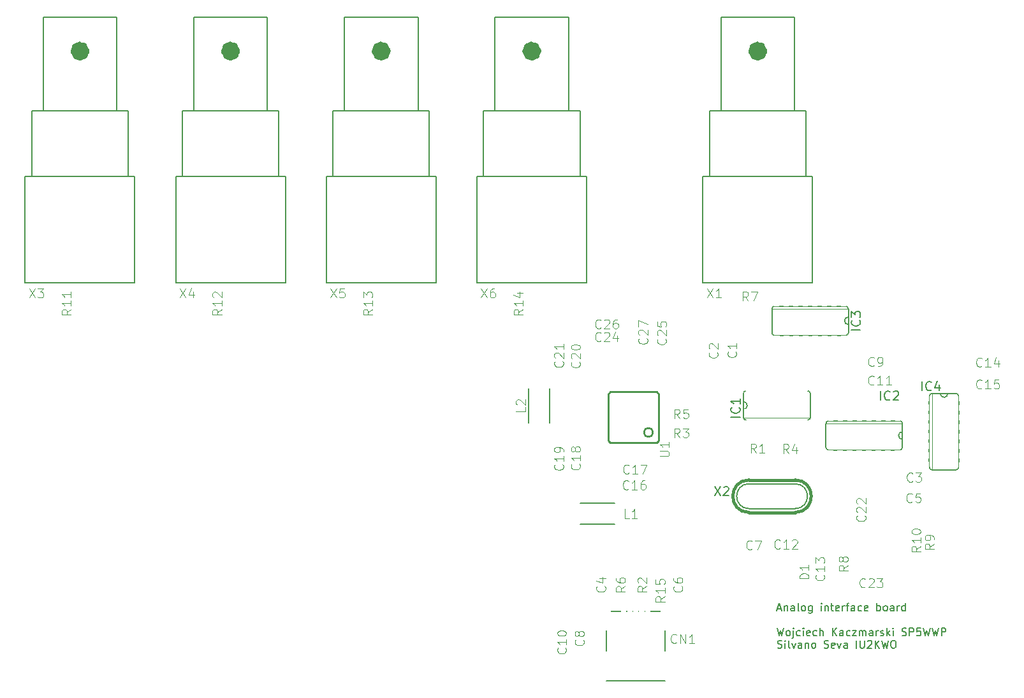
<source format=gto>
G04 #@! TF.GenerationSoftware,KiCad,Pcbnew,5.1.10*
G04 #@! TF.CreationDate,2021-05-11T16:48:26+02:00*
G04 #@! TF.ProjectId,M17_soundcard,4d31375f-736f-4756-9e64-636172642e6b,rev?*
G04 #@! TF.SameCoordinates,Original*
G04 #@! TF.FileFunction,Legend,Top*
G04 #@! TF.FilePolarity,Positive*
%FSLAX46Y46*%
G04 Gerber Fmt 4.6, Leading zero omitted, Abs format (unit mm)*
G04 Created by KiCad (PCBNEW 5.1.10) date 2021-05-11 16:48:26*
%MOMM*%
%LPD*%
G01*
G04 APERTURE LIST*
%ADD10C,0.150000*%
%ADD11C,0.050800*%
%ADD12C,0.152400*%
%ADD13C,0.127000*%
%ADD14C,0.203200*%
%ADD15C,0.254000*%
%ADD16C,1.260000*%
%ADD17C,0.406400*%
%ADD18C,0.101600*%
%ADD19C,3.200000*%
%ADD20C,1.000000*%
%ADD21C,4.013200*%
%ADD22C,1.473200*%
%ADD23C,2.003200*%
G04 APERTURE END LIST*
D10*
X181287976Y-128691666D02*
X181764166Y-128691666D01*
X181192738Y-128977380D02*
X181526071Y-127977380D01*
X181859404Y-128977380D01*
X182192738Y-128310714D02*
X182192738Y-128977380D01*
X182192738Y-128405952D02*
X182240357Y-128358333D01*
X182335595Y-128310714D01*
X182478452Y-128310714D01*
X182573690Y-128358333D01*
X182621309Y-128453571D01*
X182621309Y-128977380D01*
X183526071Y-128977380D02*
X183526071Y-128453571D01*
X183478452Y-128358333D01*
X183383214Y-128310714D01*
X183192738Y-128310714D01*
X183097500Y-128358333D01*
X183526071Y-128929761D02*
X183430833Y-128977380D01*
X183192738Y-128977380D01*
X183097500Y-128929761D01*
X183049880Y-128834523D01*
X183049880Y-128739285D01*
X183097500Y-128644047D01*
X183192738Y-128596428D01*
X183430833Y-128596428D01*
X183526071Y-128548809D01*
X184145119Y-128977380D02*
X184049880Y-128929761D01*
X184002261Y-128834523D01*
X184002261Y-127977380D01*
X184668928Y-128977380D02*
X184573690Y-128929761D01*
X184526071Y-128882142D01*
X184478452Y-128786904D01*
X184478452Y-128501190D01*
X184526071Y-128405952D01*
X184573690Y-128358333D01*
X184668928Y-128310714D01*
X184811785Y-128310714D01*
X184907023Y-128358333D01*
X184954642Y-128405952D01*
X185002261Y-128501190D01*
X185002261Y-128786904D01*
X184954642Y-128882142D01*
X184907023Y-128929761D01*
X184811785Y-128977380D01*
X184668928Y-128977380D01*
X185859404Y-128310714D02*
X185859404Y-129120238D01*
X185811785Y-129215476D01*
X185764166Y-129263095D01*
X185668928Y-129310714D01*
X185526071Y-129310714D01*
X185430833Y-129263095D01*
X185859404Y-128929761D02*
X185764166Y-128977380D01*
X185573690Y-128977380D01*
X185478452Y-128929761D01*
X185430833Y-128882142D01*
X185383214Y-128786904D01*
X185383214Y-128501190D01*
X185430833Y-128405952D01*
X185478452Y-128358333D01*
X185573690Y-128310714D01*
X185764166Y-128310714D01*
X185859404Y-128358333D01*
X187097500Y-128977380D02*
X187097500Y-128310714D01*
X187097500Y-127977380D02*
X187049880Y-128025000D01*
X187097500Y-128072619D01*
X187145119Y-128025000D01*
X187097500Y-127977380D01*
X187097500Y-128072619D01*
X187573690Y-128310714D02*
X187573690Y-128977380D01*
X187573690Y-128405952D02*
X187621309Y-128358333D01*
X187716547Y-128310714D01*
X187859404Y-128310714D01*
X187954642Y-128358333D01*
X188002261Y-128453571D01*
X188002261Y-128977380D01*
X188335595Y-128310714D02*
X188716547Y-128310714D01*
X188478452Y-127977380D02*
X188478452Y-128834523D01*
X188526071Y-128929761D01*
X188621309Y-128977380D01*
X188716547Y-128977380D01*
X189430833Y-128929761D02*
X189335595Y-128977380D01*
X189145119Y-128977380D01*
X189049880Y-128929761D01*
X189002261Y-128834523D01*
X189002261Y-128453571D01*
X189049880Y-128358333D01*
X189145119Y-128310714D01*
X189335595Y-128310714D01*
X189430833Y-128358333D01*
X189478452Y-128453571D01*
X189478452Y-128548809D01*
X189002261Y-128644047D01*
X189907023Y-128977380D02*
X189907023Y-128310714D01*
X189907023Y-128501190D02*
X189954642Y-128405952D01*
X190002261Y-128358333D01*
X190097500Y-128310714D01*
X190192738Y-128310714D01*
X190383214Y-128310714D02*
X190764166Y-128310714D01*
X190526071Y-128977380D02*
X190526071Y-128120238D01*
X190573690Y-128025000D01*
X190668928Y-127977380D01*
X190764166Y-127977380D01*
X191526071Y-128977380D02*
X191526071Y-128453571D01*
X191478452Y-128358333D01*
X191383214Y-128310714D01*
X191192738Y-128310714D01*
X191097500Y-128358333D01*
X191526071Y-128929761D02*
X191430833Y-128977380D01*
X191192738Y-128977380D01*
X191097500Y-128929761D01*
X191049880Y-128834523D01*
X191049880Y-128739285D01*
X191097500Y-128644047D01*
X191192738Y-128596428D01*
X191430833Y-128596428D01*
X191526071Y-128548809D01*
X192430833Y-128929761D02*
X192335595Y-128977380D01*
X192145119Y-128977380D01*
X192049880Y-128929761D01*
X192002261Y-128882142D01*
X191954642Y-128786904D01*
X191954642Y-128501190D01*
X192002261Y-128405952D01*
X192049880Y-128358333D01*
X192145119Y-128310714D01*
X192335595Y-128310714D01*
X192430833Y-128358333D01*
X193240357Y-128929761D02*
X193145119Y-128977380D01*
X192954642Y-128977380D01*
X192859404Y-128929761D01*
X192811785Y-128834523D01*
X192811785Y-128453571D01*
X192859404Y-128358333D01*
X192954642Y-128310714D01*
X193145119Y-128310714D01*
X193240357Y-128358333D01*
X193287976Y-128453571D01*
X193287976Y-128548809D01*
X192811785Y-128644047D01*
X194478452Y-128977380D02*
X194478452Y-127977380D01*
X194478452Y-128358333D02*
X194573690Y-128310714D01*
X194764166Y-128310714D01*
X194859404Y-128358333D01*
X194907023Y-128405952D01*
X194954642Y-128501190D01*
X194954642Y-128786904D01*
X194907023Y-128882142D01*
X194859404Y-128929761D01*
X194764166Y-128977380D01*
X194573690Y-128977380D01*
X194478452Y-128929761D01*
X195526071Y-128977380D02*
X195430833Y-128929761D01*
X195383214Y-128882142D01*
X195335595Y-128786904D01*
X195335595Y-128501190D01*
X195383214Y-128405952D01*
X195430833Y-128358333D01*
X195526071Y-128310714D01*
X195668928Y-128310714D01*
X195764166Y-128358333D01*
X195811785Y-128405952D01*
X195859404Y-128501190D01*
X195859404Y-128786904D01*
X195811785Y-128882142D01*
X195764166Y-128929761D01*
X195668928Y-128977380D01*
X195526071Y-128977380D01*
X196716547Y-128977380D02*
X196716547Y-128453571D01*
X196668928Y-128358333D01*
X196573690Y-128310714D01*
X196383214Y-128310714D01*
X196287976Y-128358333D01*
X196716547Y-128929761D02*
X196621309Y-128977380D01*
X196383214Y-128977380D01*
X196287976Y-128929761D01*
X196240357Y-128834523D01*
X196240357Y-128739285D01*
X196287976Y-128644047D01*
X196383214Y-128596428D01*
X196621309Y-128596428D01*
X196716547Y-128548809D01*
X197192738Y-128977380D02*
X197192738Y-128310714D01*
X197192738Y-128501190D02*
X197240357Y-128405952D01*
X197287976Y-128358333D01*
X197383214Y-128310714D01*
X197478452Y-128310714D01*
X198240357Y-128977380D02*
X198240357Y-127977380D01*
X198240357Y-128929761D02*
X198145119Y-128977380D01*
X197954642Y-128977380D01*
X197859404Y-128929761D01*
X197811785Y-128882142D01*
X197764166Y-128786904D01*
X197764166Y-128501190D01*
X197811785Y-128405952D01*
X197859404Y-128358333D01*
X197954642Y-128310714D01*
X198145119Y-128310714D01*
X198240357Y-128358333D01*
X181240357Y-131277380D02*
X181478452Y-132277380D01*
X181668928Y-131563095D01*
X181859404Y-132277380D01*
X182097500Y-131277380D01*
X182621309Y-132277380D02*
X182526071Y-132229761D01*
X182478452Y-132182142D01*
X182430833Y-132086904D01*
X182430833Y-131801190D01*
X182478452Y-131705952D01*
X182526071Y-131658333D01*
X182621309Y-131610714D01*
X182764166Y-131610714D01*
X182859404Y-131658333D01*
X182907023Y-131705952D01*
X182954642Y-131801190D01*
X182954642Y-132086904D01*
X182907023Y-132182142D01*
X182859404Y-132229761D01*
X182764166Y-132277380D01*
X182621309Y-132277380D01*
X183383214Y-131610714D02*
X183383214Y-132467857D01*
X183335595Y-132563095D01*
X183240357Y-132610714D01*
X183192738Y-132610714D01*
X183383214Y-131277380D02*
X183335595Y-131325000D01*
X183383214Y-131372619D01*
X183430833Y-131325000D01*
X183383214Y-131277380D01*
X183383214Y-131372619D01*
X184287976Y-132229761D02*
X184192738Y-132277380D01*
X184002261Y-132277380D01*
X183907023Y-132229761D01*
X183859404Y-132182142D01*
X183811785Y-132086904D01*
X183811785Y-131801190D01*
X183859404Y-131705952D01*
X183907023Y-131658333D01*
X184002261Y-131610714D01*
X184192738Y-131610714D01*
X184287976Y-131658333D01*
X184716547Y-132277380D02*
X184716547Y-131610714D01*
X184716547Y-131277380D02*
X184668928Y-131325000D01*
X184716547Y-131372619D01*
X184764166Y-131325000D01*
X184716547Y-131277380D01*
X184716547Y-131372619D01*
X185573690Y-132229761D02*
X185478452Y-132277380D01*
X185287976Y-132277380D01*
X185192738Y-132229761D01*
X185145119Y-132134523D01*
X185145119Y-131753571D01*
X185192738Y-131658333D01*
X185287976Y-131610714D01*
X185478452Y-131610714D01*
X185573690Y-131658333D01*
X185621309Y-131753571D01*
X185621309Y-131848809D01*
X185145119Y-131944047D01*
X186478452Y-132229761D02*
X186383214Y-132277380D01*
X186192738Y-132277380D01*
X186097500Y-132229761D01*
X186049880Y-132182142D01*
X186002261Y-132086904D01*
X186002261Y-131801190D01*
X186049880Y-131705952D01*
X186097500Y-131658333D01*
X186192738Y-131610714D01*
X186383214Y-131610714D01*
X186478452Y-131658333D01*
X186907023Y-132277380D02*
X186907023Y-131277380D01*
X187335595Y-132277380D02*
X187335595Y-131753571D01*
X187287976Y-131658333D01*
X187192738Y-131610714D01*
X187049880Y-131610714D01*
X186954642Y-131658333D01*
X186907023Y-131705952D01*
X188573690Y-132277380D02*
X188573690Y-131277380D01*
X189145119Y-132277380D02*
X188716547Y-131705952D01*
X189145119Y-131277380D02*
X188573690Y-131848809D01*
X190002261Y-132277380D02*
X190002261Y-131753571D01*
X189954642Y-131658333D01*
X189859404Y-131610714D01*
X189668928Y-131610714D01*
X189573690Y-131658333D01*
X190002261Y-132229761D02*
X189907023Y-132277380D01*
X189668928Y-132277380D01*
X189573690Y-132229761D01*
X189526071Y-132134523D01*
X189526071Y-132039285D01*
X189573690Y-131944047D01*
X189668928Y-131896428D01*
X189907023Y-131896428D01*
X190002261Y-131848809D01*
X190907023Y-132229761D02*
X190811785Y-132277380D01*
X190621309Y-132277380D01*
X190526071Y-132229761D01*
X190478452Y-132182142D01*
X190430833Y-132086904D01*
X190430833Y-131801190D01*
X190478452Y-131705952D01*
X190526071Y-131658333D01*
X190621309Y-131610714D01*
X190811785Y-131610714D01*
X190907023Y-131658333D01*
X191240357Y-131610714D02*
X191764166Y-131610714D01*
X191240357Y-132277380D01*
X191764166Y-132277380D01*
X192145119Y-132277380D02*
X192145119Y-131610714D01*
X192145119Y-131705952D02*
X192192738Y-131658333D01*
X192287976Y-131610714D01*
X192430833Y-131610714D01*
X192526071Y-131658333D01*
X192573690Y-131753571D01*
X192573690Y-132277380D01*
X192573690Y-131753571D02*
X192621309Y-131658333D01*
X192716547Y-131610714D01*
X192859404Y-131610714D01*
X192954642Y-131658333D01*
X193002261Y-131753571D01*
X193002261Y-132277380D01*
X193907023Y-132277380D02*
X193907023Y-131753571D01*
X193859404Y-131658333D01*
X193764166Y-131610714D01*
X193573690Y-131610714D01*
X193478452Y-131658333D01*
X193907023Y-132229761D02*
X193811785Y-132277380D01*
X193573690Y-132277380D01*
X193478452Y-132229761D01*
X193430833Y-132134523D01*
X193430833Y-132039285D01*
X193478452Y-131944047D01*
X193573690Y-131896428D01*
X193811785Y-131896428D01*
X193907023Y-131848809D01*
X194383214Y-132277380D02*
X194383214Y-131610714D01*
X194383214Y-131801190D02*
X194430833Y-131705952D01*
X194478452Y-131658333D01*
X194573690Y-131610714D01*
X194668928Y-131610714D01*
X194954642Y-132229761D02*
X195049880Y-132277380D01*
X195240357Y-132277380D01*
X195335595Y-132229761D01*
X195383214Y-132134523D01*
X195383214Y-132086904D01*
X195335595Y-131991666D01*
X195240357Y-131944047D01*
X195097500Y-131944047D01*
X195002261Y-131896428D01*
X194954642Y-131801190D01*
X194954642Y-131753571D01*
X195002261Y-131658333D01*
X195097500Y-131610714D01*
X195240357Y-131610714D01*
X195335595Y-131658333D01*
X195811785Y-132277380D02*
X195811785Y-131277380D01*
X195907023Y-131896428D02*
X196192738Y-132277380D01*
X196192738Y-131610714D02*
X195811785Y-131991666D01*
X196621309Y-132277380D02*
X196621309Y-131610714D01*
X196621309Y-131277380D02*
X196573690Y-131325000D01*
X196621309Y-131372619D01*
X196668928Y-131325000D01*
X196621309Y-131277380D01*
X196621309Y-131372619D01*
X197811785Y-132229761D02*
X197954642Y-132277380D01*
X198192738Y-132277380D01*
X198287976Y-132229761D01*
X198335595Y-132182142D01*
X198383214Y-132086904D01*
X198383214Y-131991666D01*
X198335595Y-131896428D01*
X198287976Y-131848809D01*
X198192738Y-131801190D01*
X198002261Y-131753571D01*
X197907023Y-131705952D01*
X197859404Y-131658333D01*
X197811785Y-131563095D01*
X197811785Y-131467857D01*
X197859404Y-131372619D01*
X197907023Y-131325000D01*
X198002261Y-131277380D01*
X198240357Y-131277380D01*
X198383214Y-131325000D01*
X198811785Y-132277380D02*
X198811785Y-131277380D01*
X199192738Y-131277380D01*
X199287976Y-131325000D01*
X199335595Y-131372619D01*
X199383214Y-131467857D01*
X199383214Y-131610714D01*
X199335595Y-131705952D01*
X199287976Y-131753571D01*
X199192738Y-131801190D01*
X198811785Y-131801190D01*
X200287976Y-131277380D02*
X199811785Y-131277380D01*
X199764166Y-131753571D01*
X199811785Y-131705952D01*
X199907023Y-131658333D01*
X200145119Y-131658333D01*
X200240357Y-131705952D01*
X200287976Y-131753571D01*
X200335595Y-131848809D01*
X200335595Y-132086904D01*
X200287976Y-132182142D01*
X200240357Y-132229761D01*
X200145119Y-132277380D01*
X199907023Y-132277380D01*
X199811785Y-132229761D01*
X199764166Y-132182142D01*
X200668928Y-131277380D02*
X200907023Y-132277380D01*
X201097500Y-131563095D01*
X201287976Y-132277380D01*
X201526071Y-131277380D01*
X201811785Y-131277380D02*
X202049880Y-132277380D01*
X202240357Y-131563095D01*
X202430833Y-132277380D01*
X202668928Y-131277380D01*
X203049880Y-132277380D02*
X203049880Y-131277380D01*
X203430833Y-131277380D01*
X203526071Y-131325000D01*
X203573690Y-131372619D01*
X203621309Y-131467857D01*
X203621309Y-131610714D01*
X203573690Y-131705952D01*
X203526071Y-131753571D01*
X203430833Y-131801190D01*
X203049880Y-131801190D01*
X181287976Y-133879761D02*
X181430833Y-133927380D01*
X181668928Y-133927380D01*
X181764166Y-133879761D01*
X181811785Y-133832142D01*
X181859404Y-133736904D01*
X181859404Y-133641666D01*
X181811785Y-133546428D01*
X181764166Y-133498809D01*
X181668928Y-133451190D01*
X181478452Y-133403571D01*
X181383214Y-133355952D01*
X181335595Y-133308333D01*
X181287976Y-133213095D01*
X181287976Y-133117857D01*
X181335595Y-133022619D01*
X181383214Y-132975000D01*
X181478452Y-132927380D01*
X181716547Y-132927380D01*
X181859404Y-132975000D01*
X182287976Y-133927380D02*
X182287976Y-133260714D01*
X182287976Y-132927380D02*
X182240357Y-132975000D01*
X182287976Y-133022619D01*
X182335595Y-132975000D01*
X182287976Y-132927380D01*
X182287976Y-133022619D01*
X182907023Y-133927380D02*
X182811785Y-133879761D01*
X182764166Y-133784523D01*
X182764166Y-132927380D01*
X183192738Y-133260714D02*
X183430833Y-133927380D01*
X183668928Y-133260714D01*
X184478452Y-133927380D02*
X184478452Y-133403571D01*
X184430833Y-133308333D01*
X184335595Y-133260714D01*
X184145119Y-133260714D01*
X184049880Y-133308333D01*
X184478452Y-133879761D02*
X184383214Y-133927380D01*
X184145119Y-133927380D01*
X184049880Y-133879761D01*
X184002261Y-133784523D01*
X184002261Y-133689285D01*
X184049880Y-133594047D01*
X184145119Y-133546428D01*
X184383214Y-133546428D01*
X184478452Y-133498809D01*
X184954642Y-133260714D02*
X184954642Y-133927380D01*
X184954642Y-133355952D02*
X185002261Y-133308333D01*
X185097500Y-133260714D01*
X185240357Y-133260714D01*
X185335595Y-133308333D01*
X185383214Y-133403571D01*
X185383214Y-133927380D01*
X186002261Y-133927380D02*
X185907023Y-133879761D01*
X185859404Y-133832142D01*
X185811785Y-133736904D01*
X185811785Y-133451190D01*
X185859404Y-133355952D01*
X185907023Y-133308333D01*
X186002261Y-133260714D01*
X186145119Y-133260714D01*
X186240357Y-133308333D01*
X186287976Y-133355952D01*
X186335595Y-133451190D01*
X186335595Y-133736904D01*
X186287976Y-133832142D01*
X186240357Y-133879761D01*
X186145119Y-133927380D01*
X186002261Y-133927380D01*
X187478452Y-133879761D02*
X187621309Y-133927380D01*
X187859404Y-133927380D01*
X187954642Y-133879761D01*
X188002261Y-133832142D01*
X188049880Y-133736904D01*
X188049880Y-133641666D01*
X188002261Y-133546428D01*
X187954642Y-133498809D01*
X187859404Y-133451190D01*
X187668928Y-133403571D01*
X187573690Y-133355952D01*
X187526071Y-133308333D01*
X187478452Y-133213095D01*
X187478452Y-133117857D01*
X187526071Y-133022619D01*
X187573690Y-132975000D01*
X187668928Y-132927380D01*
X187907023Y-132927380D01*
X188049880Y-132975000D01*
X188859404Y-133879761D02*
X188764166Y-133927380D01*
X188573690Y-133927380D01*
X188478452Y-133879761D01*
X188430833Y-133784523D01*
X188430833Y-133403571D01*
X188478452Y-133308333D01*
X188573690Y-133260714D01*
X188764166Y-133260714D01*
X188859404Y-133308333D01*
X188907023Y-133403571D01*
X188907023Y-133498809D01*
X188430833Y-133594047D01*
X189240357Y-133260714D02*
X189478452Y-133927380D01*
X189716547Y-133260714D01*
X190526071Y-133927380D02*
X190526071Y-133403571D01*
X190478452Y-133308333D01*
X190383214Y-133260714D01*
X190192738Y-133260714D01*
X190097500Y-133308333D01*
X190526071Y-133879761D02*
X190430833Y-133927380D01*
X190192738Y-133927380D01*
X190097500Y-133879761D01*
X190049880Y-133784523D01*
X190049880Y-133689285D01*
X190097500Y-133594047D01*
X190192738Y-133546428D01*
X190430833Y-133546428D01*
X190526071Y-133498809D01*
X191764166Y-133927380D02*
X191764166Y-132927380D01*
X192240357Y-132927380D02*
X192240357Y-133736904D01*
X192287976Y-133832142D01*
X192335595Y-133879761D01*
X192430833Y-133927380D01*
X192621309Y-133927380D01*
X192716547Y-133879761D01*
X192764166Y-133832142D01*
X192811785Y-133736904D01*
X192811785Y-132927380D01*
X193240357Y-133022619D02*
X193287976Y-132975000D01*
X193383214Y-132927380D01*
X193621309Y-132927380D01*
X193716547Y-132975000D01*
X193764166Y-133022619D01*
X193811785Y-133117857D01*
X193811785Y-133213095D01*
X193764166Y-133355952D01*
X193192738Y-133927380D01*
X193811785Y-133927380D01*
X194240357Y-133927380D02*
X194240357Y-132927380D01*
X194811785Y-133927380D02*
X194383214Y-133355952D01*
X194811785Y-132927380D02*
X194240357Y-133498809D01*
X195145119Y-132927380D02*
X195383214Y-133927380D01*
X195573690Y-133213095D01*
X195764166Y-133927380D01*
X196002261Y-132927380D01*
X196573690Y-132927380D02*
X196764166Y-132927380D01*
X196859404Y-132975000D01*
X196954642Y-133070238D01*
X197002261Y-133260714D01*
X197002261Y-133594047D01*
X196954642Y-133784523D01*
X196859404Y-133879761D01*
X196764166Y-133927380D01*
X196573690Y-133927380D01*
X196478452Y-133879761D01*
X196383214Y-133784523D01*
X196335595Y-133594047D01*
X196335595Y-133260714D01*
X196383214Y-133070238D01*
X196478452Y-132975000D01*
X196573690Y-132927380D01*
D11*
X197866000Y-104063800D02*
X187706000Y-104063800D01*
D12*
X197866000Y-105156000D02*
X197866000Y-104089200D01*
X197866000Y-106172000D02*
X197866000Y-105156000D01*
X197866000Y-107238800D02*
X197866000Y-106172000D01*
X187706000Y-104089200D02*
X187706000Y-107238800D01*
X197485000Y-103708200D02*
X188087000Y-103708200D01*
X188087000Y-107619800D02*
X197485000Y-107619800D01*
X197866000Y-105156000D02*
G75*
G03*
X197866000Y-106172000I0J-508000D01*
G01*
X197485000Y-103708200D02*
G75*
G02*
X197866000Y-104089200I0J-381000D01*
G01*
X187706000Y-107238800D02*
G75*
G03*
X188087000Y-107619800I381000J0D01*
G01*
X197485000Y-107619800D02*
G75*
G03*
X197866000Y-107238800I0J381000D01*
G01*
X187706000Y-104089200D02*
G75*
G02*
X188087000Y-103708200I381000J0D01*
G01*
D13*
X164558600Y-129093600D02*
X165658600Y-129093600D01*
X159258600Y-129093600D02*
X160358600Y-129093600D01*
X166358600Y-131593600D02*
X166358600Y-134293600D01*
X158558600Y-134293600D02*
X158558600Y-131593600D01*
X158558600Y-138293600D02*
X166358600Y-138293600D01*
X158558600Y-129093600D02*
X166358600Y-129093600D01*
D11*
X176746100Y-103273800D02*
X185636100Y-103273800D01*
D12*
X176746100Y-102181600D02*
X176746100Y-103248400D01*
X176746100Y-101165600D02*
X176746100Y-102181600D01*
X176746100Y-100098800D02*
X176746100Y-101165600D01*
X185636100Y-103248400D02*
X185636100Y-100098800D01*
X176746100Y-102181600D02*
G75*
G03*
X176746100Y-101165600I0J508000D01*
G01*
X177127100Y-103629400D02*
G75*
G02*
X176746100Y-103248400I0J381000D01*
G01*
X185636100Y-100098800D02*
G75*
G03*
X185255100Y-99717800I-381000J0D01*
G01*
X177127100Y-99717800D02*
G75*
G03*
X176746100Y-100098800I0J-381000D01*
G01*
X185636100Y-103248400D02*
G75*
G02*
X185255100Y-103629400I-381000J0D01*
G01*
D11*
X190690500Y-88823800D02*
X180530500Y-88823800D01*
D12*
X190690500Y-89916000D02*
X190690500Y-88849200D01*
X190690500Y-90932000D02*
X190690500Y-89916000D01*
X190690500Y-91998800D02*
X190690500Y-90932000D01*
X180530500Y-88849200D02*
X180530500Y-91998800D01*
X190309500Y-88468200D02*
X180911500Y-88468200D01*
X180911500Y-92379800D02*
X190309500Y-92379800D01*
X190690500Y-89916000D02*
G75*
G03*
X190690500Y-90932000I0J-508000D01*
G01*
X190309500Y-88468200D02*
G75*
G02*
X190690500Y-88849200I0J-381000D01*
G01*
X180530500Y-91998800D02*
G75*
G03*
X180911500Y-92379800I381000J0D01*
G01*
X190309500Y-92379800D02*
G75*
G03*
X190690500Y-91998800I0J381000D01*
G01*
X180530500Y-88849200D02*
G75*
G02*
X180911500Y-88468200I381000J0D01*
G01*
D11*
X201790300Y-100086100D02*
X201790300Y-110246100D01*
D12*
X202882500Y-100086100D02*
X201815700Y-100086100D01*
X203898500Y-100086100D02*
X202882500Y-100086100D01*
X204965300Y-100086100D02*
X203898500Y-100086100D01*
X201815700Y-110246100D02*
X204965300Y-110246100D01*
X201434700Y-100467100D02*
X201434700Y-109865100D01*
X205346300Y-109865100D02*
X205346300Y-100467100D01*
X202882500Y-100086100D02*
G75*
G03*
X203898500Y-100086100I508000J0D01*
G01*
X201434700Y-100467100D02*
G75*
G02*
X201815700Y-100086100I381000J0D01*
G01*
X204965300Y-110246100D02*
G75*
G03*
X205346300Y-109865100I0J381000D01*
G01*
X205346300Y-100467100D02*
G75*
G03*
X204965300Y-100086100I-381000J0D01*
G01*
X201815700Y-110246100D02*
G75*
G02*
X201434700Y-109865100I0J381000D01*
G01*
D14*
X155053000Y-117478000D02*
X159653000Y-117478000D01*
X159653000Y-114678000D02*
X155053000Y-114678000D01*
X151006000Y-104018100D02*
X151006000Y-99418100D01*
X148206000Y-99418100D02*
X148206000Y-104018100D01*
D15*
X164741100Y-105261100D02*
G75*
G03*
X164741100Y-105261100I-600000J0D01*
G01*
X165241100Y-106636100D02*
X159041100Y-106636100D01*
X165516100Y-106361100D02*
X165241100Y-106636100D01*
X165516100Y-100161100D02*
X165516100Y-106361100D01*
X165241100Y-99886100D02*
X165516100Y-100161100D01*
X159041100Y-99886100D02*
X165241100Y-99886100D01*
X158766100Y-100161100D02*
X159041100Y-99886100D01*
X158766100Y-106361100D02*
X158766100Y-100161100D01*
X159041100Y-106636100D02*
X158766100Y-106361100D01*
D16*
X179281100Y-54563600D02*
G75*
G03*
X179281100Y-54563600I-630000J0D01*
G01*
D14*
X183551100Y-50028600D02*
X183551100Y-62378600D01*
X173751100Y-50028600D02*
X183551100Y-50028600D01*
X173751100Y-62353600D02*
X173751100Y-50028600D01*
X185051100Y-62478600D02*
X185051100Y-71153600D01*
X172251100Y-62478600D02*
X185051100Y-62478600D01*
X172251100Y-71128600D02*
X172251100Y-62478600D01*
X171376100Y-71228600D02*
X171376100Y-85378600D01*
X185926100Y-71228600D02*
X171376100Y-71228600D01*
X185926100Y-85378600D02*
X185926100Y-71228600D01*
X171376100Y-85378600D02*
X185926100Y-85378600D01*
D12*
X183604100Y-112087600D02*
X177508100Y-112087600D01*
X177508100Y-115389600D02*
X183604100Y-115389600D01*
D17*
X177508100Y-111579600D02*
X183604100Y-111579600D01*
X177508100Y-115897600D02*
X183604100Y-115897600D01*
D12*
X183604100Y-112087600D02*
G75*
G02*
X183604100Y-115389600I0J-1651000D01*
G01*
X177508100Y-115389600D02*
G75*
G02*
X177508100Y-112087600I0J1651000D01*
G01*
D17*
X183604100Y-111579600D02*
G75*
G02*
X183604100Y-115897600I0J-2159000D01*
G01*
X177508100Y-115897600D02*
G75*
G02*
X177508100Y-111579600I0J2159000D01*
G01*
D16*
X89281100Y-54563600D02*
G75*
G03*
X89281100Y-54563600I-630000J0D01*
G01*
D14*
X93551100Y-50028600D02*
X93551100Y-62378600D01*
X83751100Y-50028600D02*
X93551100Y-50028600D01*
X83751100Y-62353600D02*
X83751100Y-50028600D01*
X95051100Y-62478600D02*
X95051100Y-71153600D01*
X82251100Y-62478600D02*
X95051100Y-62478600D01*
X82251100Y-71128600D02*
X82251100Y-62478600D01*
X81376100Y-71228600D02*
X81376100Y-85378600D01*
X95926100Y-71228600D02*
X81376100Y-71228600D01*
X95926100Y-85378600D02*
X95926100Y-71228600D01*
X81376100Y-85378600D02*
X95926100Y-85378600D01*
D16*
X109281100Y-54563600D02*
G75*
G03*
X109281100Y-54563600I-630000J0D01*
G01*
D14*
X113551100Y-50028600D02*
X113551100Y-62378600D01*
X103751100Y-50028600D02*
X113551100Y-50028600D01*
X103751100Y-62353600D02*
X103751100Y-50028600D01*
X115051100Y-62478600D02*
X115051100Y-71153600D01*
X102251100Y-62478600D02*
X115051100Y-62478600D01*
X102251100Y-71128600D02*
X102251100Y-62478600D01*
X101376100Y-71228600D02*
X101376100Y-85378600D01*
X115926100Y-71228600D02*
X101376100Y-71228600D01*
X115926100Y-85378600D02*
X115926100Y-71228600D01*
X101376100Y-85378600D02*
X115926100Y-85378600D01*
D16*
X129281100Y-54563600D02*
G75*
G03*
X129281100Y-54563600I-630000J0D01*
G01*
D14*
X133551100Y-50028600D02*
X133551100Y-62378600D01*
X123751100Y-50028600D02*
X133551100Y-50028600D01*
X123751100Y-62353600D02*
X123751100Y-50028600D01*
X135051100Y-62478600D02*
X135051100Y-71153600D01*
X122251100Y-62478600D02*
X135051100Y-62478600D01*
X122251100Y-71128600D02*
X122251100Y-62478600D01*
X121376100Y-71228600D02*
X121376100Y-85378600D01*
X135926100Y-71228600D02*
X121376100Y-71228600D01*
X135926100Y-85378600D02*
X135926100Y-71228600D01*
X121376100Y-85378600D02*
X135926100Y-85378600D01*
D16*
X149281100Y-54563600D02*
G75*
G03*
X149281100Y-54563600I-630000J0D01*
G01*
D14*
X153551100Y-50028600D02*
X153551100Y-62378600D01*
X143751100Y-50028600D02*
X153551100Y-50028600D01*
X143751100Y-62353600D02*
X143751100Y-50028600D01*
X155051100Y-62478600D02*
X155051100Y-71153600D01*
X142251100Y-62478600D02*
X155051100Y-62478600D01*
X142251100Y-71128600D02*
X142251100Y-62478600D01*
X141376100Y-71228600D02*
X141376100Y-85378600D01*
X155926100Y-71228600D02*
X141376100Y-71228600D01*
X155926100Y-85378600D02*
X155926100Y-71228600D01*
X141376100Y-85378600D02*
X155926100Y-85378600D01*
D10*
D13*
X194950140Y-100971047D02*
X194950140Y-99764547D01*
X196214092Y-100856142D02*
X196156640Y-100913595D01*
X195984283Y-100971047D01*
X195869378Y-100971047D01*
X195697021Y-100913595D01*
X195582116Y-100798690D01*
X195524664Y-100683785D01*
X195467211Y-100453976D01*
X195467211Y-100281619D01*
X195524664Y-100051809D01*
X195582116Y-99936904D01*
X195697021Y-99822000D01*
X195869378Y-99764547D01*
X195984283Y-99764547D01*
X196156640Y-99822000D01*
X196214092Y-99879452D01*
X196673711Y-99879452D02*
X196731164Y-99822000D01*
X196846069Y-99764547D01*
X197133330Y-99764547D01*
X197248235Y-99822000D01*
X197305688Y-99879452D01*
X197363140Y-99994357D01*
X197363140Y-100109261D01*
X197305688Y-100281619D01*
X196616259Y-100971047D01*
X197363140Y-100971047D01*
D18*
X208416555Y-99332142D02*
X208359102Y-99389595D01*
X208186745Y-99447047D01*
X208071840Y-99447047D01*
X207899483Y-99389595D01*
X207784579Y-99274690D01*
X207727126Y-99159785D01*
X207669674Y-98929976D01*
X207669674Y-98757619D01*
X207727126Y-98527809D01*
X207784579Y-98412904D01*
X207899483Y-98298000D01*
X208071840Y-98240547D01*
X208186745Y-98240547D01*
X208359102Y-98298000D01*
X208416555Y-98355452D01*
X209565602Y-99447047D02*
X208876174Y-99447047D01*
X209220888Y-99447047D02*
X209220888Y-98240547D01*
X209105983Y-98412904D01*
X208991079Y-98527809D01*
X208876174Y-98585261D01*
X210657198Y-98240547D02*
X210082674Y-98240547D01*
X210025221Y-98815071D01*
X210082674Y-98757619D01*
X210197579Y-98700166D01*
X210484840Y-98700166D01*
X210599745Y-98757619D01*
X210657198Y-98815071D01*
X210714650Y-98929976D01*
X210714650Y-99217238D01*
X210657198Y-99332142D01*
X210599745Y-99389595D01*
X210484840Y-99447047D01*
X210197579Y-99447047D01*
X210082674Y-99389595D01*
X210025221Y-99332142D01*
X208416555Y-96411142D02*
X208359102Y-96468595D01*
X208186745Y-96526047D01*
X208071840Y-96526047D01*
X207899483Y-96468595D01*
X207784579Y-96353690D01*
X207727126Y-96238785D01*
X207669674Y-96008976D01*
X207669674Y-95836619D01*
X207727126Y-95606809D01*
X207784579Y-95491904D01*
X207899483Y-95377000D01*
X208071840Y-95319547D01*
X208186745Y-95319547D01*
X208359102Y-95377000D01*
X208416555Y-95434452D01*
X209565602Y-96526047D02*
X208876174Y-96526047D01*
X209220888Y-96526047D02*
X209220888Y-95319547D01*
X209105983Y-95491904D01*
X208991079Y-95606809D01*
X208876174Y-95664261D01*
X210599745Y-95721714D02*
X210599745Y-96526047D01*
X210312483Y-95262095D02*
X210025221Y-96123880D01*
X210772102Y-96123880D01*
X175722642Y-94524769D02*
X175780095Y-94582221D01*
X175837547Y-94754579D01*
X175837547Y-94869483D01*
X175780095Y-95041840D01*
X175665190Y-95156745D01*
X175550285Y-95214198D01*
X175320476Y-95271650D01*
X175148119Y-95271650D01*
X174918309Y-95214198D01*
X174803404Y-95156745D01*
X174688500Y-95041840D01*
X174631047Y-94869483D01*
X174631047Y-94754579D01*
X174688500Y-94582221D01*
X174745952Y-94524769D01*
X175837547Y-93375721D02*
X175837547Y-94065150D01*
X175837547Y-93720436D02*
X174631047Y-93720436D01*
X174803404Y-93835340D01*
X174918309Y-93950245D01*
X174975761Y-94065150D01*
X153116642Y-133911944D02*
X153174095Y-133969397D01*
X153231547Y-134141754D01*
X153231547Y-134256659D01*
X153174095Y-134429016D01*
X153059190Y-134543920D01*
X152944285Y-134601373D01*
X152714476Y-134658825D01*
X152542119Y-134658825D01*
X152312309Y-134601373D01*
X152197404Y-134543920D01*
X152082500Y-134429016D01*
X152025047Y-134256659D01*
X152025047Y-134141754D01*
X152082500Y-133969397D01*
X152139952Y-133911944D01*
X153231547Y-132762897D02*
X153231547Y-133452325D01*
X153231547Y-133107611D02*
X152025047Y-133107611D01*
X152197404Y-133222516D01*
X152312309Y-133337420D01*
X152369761Y-133452325D01*
X152025047Y-132016016D02*
X152025047Y-131901111D01*
X152082500Y-131786206D01*
X152139952Y-131728754D01*
X152254857Y-131671301D01*
X152484666Y-131613849D01*
X152771928Y-131613849D01*
X153001738Y-131671301D01*
X153116642Y-131728754D01*
X153174095Y-131786206D01*
X153231547Y-131901111D01*
X153231547Y-132016016D01*
X153174095Y-132130920D01*
X153116642Y-132188373D01*
X153001738Y-132245825D01*
X152771928Y-132303278D01*
X152484666Y-132303278D01*
X152254857Y-132245825D01*
X152139952Y-132188373D01*
X152082500Y-132130920D01*
X152025047Y-132016016D01*
X194082730Y-98824142D02*
X194025278Y-98881595D01*
X193852920Y-98939047D01*
X193738016Y-98939047D01*
X193565659Y-98881595D01*
X193450754Y-98766690D01*
X193393301Y-98651785D01*
X193335849Y-98421976D01*
X193335849Y-98249619D01*
X193393301Y-98019809D01*
X193450754Y-97904904D01*
X193565659Y-97790000D01*
X193738016Y-97732547D01*
X193852920Y-97732547D01*
X194025278Y-97790000D01*
X194082730Y-97847452D01*
X195231778Y-98939047D02*
X194542349Y-98939047D01*
X194887063Y-98939047D02*
X194887063Y-97732547D01*
X194772159Y-97904904D01*
X194657254Y-98019809D01*
X194542349Y-98077261D01*
X196380825Y-98939047D02*
X195691397Y-98939047D01*
X196036111Y-98939047D02*
X196036111Y-97732547D01*
X195921206Y-97904904D01*
X195806301Y-98019809D01*
X195691397Y-98077261D01*
X181619555Y-120604642D02*
X181562102Y-120662095D01*
X181389745Y-120719547D01*
X181274840Y-120719547D01*
X181102483Y-120662095D01*
X180987579Y-120547190D01*
X180930126Y-120432285D01*
X180872674Y-120202476D01*
X180872674Y-120030119D01*
X180930126Y-119800309D01*
X180987579Y-119685404D01*
X181102483Y-119570500D01*
X181274840Y-119513047D01*
X181389745Y-119513047D01*
X181562102Y-119570500D01*
X181619555Y-119627952D01*
X182768602Y-120719547D02*
X182079174Y-120719547D01*
X182423888Y-120719547D02*
X182423888Y-119513047D01*
X182308983Y-119685404D01*
X182194079Y-119800309D01*
X182079174Y-119857761D01*
X183228221Y-119627952D02*
X183285674Y-119570500D01*
X183400579Y-119513047D01*
X183687840Y-119513047D01*
X183802745Y-119570500D01*
X183860198Y-119627952D01*
X183917650Y-119742857D01*
X183917650Y-119857761D01*
X183860198Y-120030119D01*
X183170769Y-120719547D01*
X183917650Y-120719547D01*
X187406642Y-124196444D02*
X187464095Y-124253897D01*
X187521547Y-124426254D01*
X187521547Y-124541159D01*
X187464095Y-124713516D01*
X187349190Y-124828420D01*
X187234285Y-124885873D01*
X187004476Y-124943325D01*
X186832119Y-124943325D01*
X186602309Y-124885873D01*
X186487404Y-124828420D01*
X186372500Y-124713516D01*
X186315047Y-124541159D01*
X186315047Y-124426254D01*
X186372500Y-124253897D01*
X186429952Y-124196444D01*
X187521547Y-123047397D02*
X187521547Y-123736825D01*
X187521547Y-123392111D02*
X186315047Y-123392111D01*
X186487404Y-123507016D01*
X186602309Y-123621920D01*
X186659761Y-123736825D01*
X186315047Y-122645230D02*
X186315047Y-121898349D01*
X186774666Y-122300516D01*
X186774666Y-122128159D01*
X186832119Y-122013254D01*
X186889571Y-121955801D01*
X187004476Y-121898349D01*
X187291738Y-121898349D01*
X187406642Y-121955801D01*
X187464095Y-122013254D01*
X187521547Y-122128159D01*
X187521547Y-122472873D01*
X187464095Y-122587778D01*
X187406642Y-122645230D01*
X161490055Y-112730642D02*
X161432602Y-112788095D01*
X161260245Y-112845547D01*
X161145340Y-112845547D01*
X160972983Y-112788095D01*
X160858079Y-112673190D01*
X160800626Y-112558285D01*
X160743174Y-112328476D01*
X160743174Y-112156119D01*
X160800626Y-111926309D01*
X160858079Y-111811404D01*
X160972983Y-111696500D01*
X161145340Y-111639047D01*
X161260245Y-111639047D01*
X161432602Y-111696500D01*
X161490055Y-111753952D01*
X162639102Y-112845547D02*
X161949674Y-112845547D01*
X162294388Y-112845547D02*
X162294388Y-111639047D01*
X162179483Y-111811404D01*
X162064579Y-111926309D01*
X161949674Y-111983761D01*
X163673245Y-111639047D02*
X163443436Y-111639047D01*
X163328531Y-111696500D01*
X163271079Y-111753952D01*
X163156174Y-111926309D01*
X163098721Y-112156119D01*
X163098721Y-112615738D01*
X163156174Y-112730642D01*
X163213626Y-112788095D01*
X163328531Y-112845547D01*
X163558340Y-112845547D01*
X163673245Y-112788095D01*
X163730698Y-112730642D01*
X163788150Y-112615738D01*
X163788150Y-112328476D01*
X163730698Y-112213571D01*
X163673245Y-112156119D01*
X163558340Y-112098666D01*
X163328531Y-112098666D01*
X163213626Y-112156119D01*
X163156174Y-112213571D01*
X163098721Y-112328476D01*
X161553555Y-110635142D02*
X161496102Y-110692595D01*
X161323745Y-110750047D01*
X161208840Y-110750047D01*
X161036483Y-110692595D01*
X160921579Y-110577690D01*
X160864126Y-110462785D01*
X160806674Y-110232976D01*
X160806674Y-110060619D01*
X160864126Y-109830809D01*
X160921579Y-109715904D01*
X161036483Y-109601000D01*
X161208840Y-109543547D01*
X161323745Y-109543547D01*
X161496102Y-109601000D01*
X161553555Y-109658452D01*
X162702602Y-110750047D02*
X162013174Y-110750047D01*
X162357888Y-110750047D02*
X162357888Y-109543547D01*
X162242983Y-109715904D01*
X162128079Y-109830809D01*
X162013174Y-109888261D01*
X163104769Y-109543547D02*
X163909102Y-109543547D01*
X163392031Y-110750047D01*
X154958142Y-109447269D02*
X155015595Y-109504721D01*
X155073047Y-109677079D01*
X155073047Y-109791983D01*
X155015595Y-109964340D01*
X154900690Y-110079245D01*
X154785785Y-110136698D01*
X154555976Y-110194150D01*
X154383619Y-110194150D01*
X154153809Y-110136698D01*
X154038904Y-110079245D01*
X153924000Y-109964340D01*
X153866547Y-109791983D01*
X153866547Y-109677079D01*
X153924000Y-109504721D01*
X153981452Y-109447269D01*
X155073047Y-108298221D02*
X155073047Y-108987650D01*
X155073047Y-108642936D02*
X153866547Y-108642936D01*
X154038904Y-108757840D01*
X154153809Y-108872745D01*
X154211261Y-108987650D01*
X154383619Y-107608793D02*
X154326166Y-107723698D01*
X154268714Y-107781150D01*
X154153809Y-107838602D01*
X154096357Y-107838602D01*
X153981452Y-107781150D01*
X153924000Y-107723698D01*
X153866547Y-107608793D01*
X153866547Y-107378983D01*
X153924000Y-107264079D01*
X153981452Y-107206626D01*
X154096357Y-107149174D01*
X154153809Y-107149174D01*
X154268714Y-107206626D01*
X154326166Y-107264079D01*
X154383619Y-107378983D01*
X154383619Y-107608793D01*
X154441071Y-107723698D01*
X154498523Y-107781150D01*
X154613428Y-107838602D01*
X154843238Y-107838602D01*
X154958142Y-107781150D01*
X155015595Y-107723698D01*
X155073047Y-107608793D01*
X155073047Y-107378983D01*
X155015595Y-107264079D01*
X154958142Y-107206626D01*
X154843238Y-107149174D01*
X154613428Y-107149174D01*
X154498523Y-107206626D01*
X154441071Y-107264079D01*
X154383619Y-107378983D01*
X152735642Y-109510769D02*
X152793095Y-109568221D01*
X152850547Y-109740579D01*
X152850547Y-109855483D01*
X152793095Y-110027840D01*
X152678190Y-110142745D01*
X152563285Y-110200198D01*
X152333476Y-110257650D01*
X152161119Y-110257650D01*
X151931309Y-110200198D01*
X151816404Y-110142745D01*
X151701500Y-110027840D01*
X151644047Y-109855483D01*
X151644047Y-109740579D01*
X151701500Y-109568221D01*
X151758952Y-109510769D01*
X152850547Y-108361721D02*
X152850547Y-109051150D01*
X152850547Y-108706436D02*
X151644047Y-108706436D01*
X151816404Y-108821340D01*
X151931309Y-108936245D01*
X151988761Y-109051150D01*
X152850547Y-107787198D02*
X152850547Y-107557388D01*
X152793095Y-107442483D01*
X152735642Y-107385031D01*
X152563285Y-107270126D01*
X152333476Y-107212674D01*
X151873857Y-107212674D01*
X151758952Y-107270126D01*
X151701500Y-107327579D01*
X151644047Y-107442483D01*
X151644047Y-107672293D01*
X151701500Y-107787198D01*
X151758952Y-107844650D01*
X151873857Y-107902102D01*
X152161119Y-107902102D01*
X152276023Y-107844650D01*
X152333476Y-107787198D01*
X152390928Y-107672293D01*
X152390928Y-107442483D01*
X152333476Y-107327579D01*
X152276023Y-107270126D01*
X152161119Y-107212674D01*
X173246142Y-94588269D02*
X173303595Y-94645721D01*
X173361047Y-94818079D01*
X173361047Y-94932983D01*
X173303595Y-95105340D01*
X173188690Y-95220245D01*
X173073785Y-95277698D01*
X172843976Y-95335150D01*
X172671619Y-95335150D01*
X172441809Y-95277698D01*
X172326904Y-95220245D01*
X172212000Y-95105340D01*
X172154547Y-94932983D01*
X172154547Y-94818079D01*
X172212000Y-94645721D01*
X172269452Y-94588269D01*
X172269452Y-94128650D02*
X172212000Y-94071198D01*
X172154547Y-93956293D01*
X172154547Y-93669031D01*
X172212000Y-93554126D01*
X172269452Y-93496674D01*
X172384357Y-93439221D01*
X172499261Y-93439221D01*
X172671619Y-93496674D01*
X173361047Y-94186102D01*
X173361047Y-93439221D01*
X154958142Y-95875444D02*
X155015595Y-95932897D01*
X155073047Y-96105254D01*
X155073047Y-96220159D01*
X155015595Y-96392516D01*
X154900690Y-96507420D01*
X154785785Y-96564873D01*
X154555976Y-96622325D01*
X154383619Y-96622325D01*
X154153809Y-96564873D01*
X154038904Y-96507420D01*
X153924000Y-96392516D01*
X153866547Y-96220159D01*
X153866547Y-96105254D01*
X153924000Y-95932897D01*
X153981452Y-95875444D01*
X153981452Y-95415825D02*
X153924000Y-95358373D01*
X153866547Y-95243468D01*
X153866547Y-94956206D01*
X153924000Y-94841301D01*
X153981452Y-94783849D01*
X154096357Y-94726397D01*
X154211261Y-94726397D01*
X154383619Y-94783849D01*
X155073047Y-95473278D01*
X155073047Y-94726397D01*
X153866547Y-93979516D02*
X153866547Y-93864611D01*
X153924000Y-93749706D01*
X153981452Y-93692254D01*
X154096357Y-93634801D01*
X154326166Y-93577349D01*
X154613428Y-93577349D01*
X154843238Y-93634801D01*
X154958142Y-93692254D01*
X155015595Y-93749706D01*
X155073047Y-93864611D01*
X155073047Y-93979516D01*
X155015595Y-94094420D01*
X154958142Y-94151873D01*
X154843238Y-94209325D01*
X154613428Y-94266778D01*
X154326166Y-94266778D01*
X154096357Y-94209325D01*
X153981452Y-94151873D01*
X153924000Y-94094420D01*
X153866547Y-93979516D01*
X152735642Y-95811944D02*
X152793095Y-95869397D01*
X152850547Y-96041754D01*
X152850547Y-96156659D01*
X152793095Y-96329016D01*
X152678190Y-96443920D01*
X152563285Y-96501373D01*
X152333476Y-96558825D01*
X152161119Y-96558825D01*
X151931309Y-96501373D01*
X151816404Y-96443920D01*
X151701500Y-96329016D01*
X151644047Y-96156659D01*
X151644047Y-96041754D01*
X151701500Y-95869397D01*
X151758952Y-95811944D01*
X151758952Y-95352325D02*
X151701500Y-95294873D01*
X151644047Y-95179968D01*
X151644047Y-94892706D01*
X151701500Y-94777801D01*
X151758952Y-94720349D01*
X151873857Y-94662897D01*
X151988761Y-94662897D01*
X152161119Y-94720349D01*
X152850547Y-95409778D01*
X152850547Y-94662897D01*
X152850547Y-93513849D02*
X152850547Y-94203278D01*
X152850547Y-93858563D02*
X151644047Y-93858563D01*
X151816404Y-93973468D01*
X151931309Y-94088373D01*
X151988761Y-94203278D01*
X192867642Y-116322444D02*
X192925095Y-116379897D01*
X192982547Y-116552254D01*
X192982547Y-116667159D01*
X192925095Y-116839516D01*
X192810190Y-116954420D01*
X192695285Y-117011873D01*
X192465476Y-117069325D01*
X192293119Y-117069325D01*
X192063309Y-117011873D01*
X191948404Y-116954420D01*
X191833500Y-116839516D01*
X191776047Y-116667159D01*
X191776047Y-116552254D01*
X191833500Y-116379897D01*
X191890952Y-116322444D01*
X191890952Y-115862825D02*
X191833500Y-115805373D01*
X191776047Y-115690468D01*
X191776047Y-115403206D01*
X191833500Y-115288301D01*
X191890952Y-115230849D01*
X192005857Y-115173397D01*
X192120761Y-115173397D01*
X192293119Y-115230849D01*
X192982547Y-115920278D01*
X192982547Y-115173397D01*
X191890952Y-114713778D02*
X191833500Y-114656325D01*
X191776047Y-114541420D01*
X191776047Y-114254159D01*
X191833500Y-114139254D01*
X191890952Y-114081801D01*
X192005857Y-114024349D01*
X192120761Y-114024349D01*
X192293119Y-114081801D01*
X192982547Y-114771230D01*
X192982547Y-114024349D01*
X192939730Y-125748142D02*
X192882278Y-125805595D01*
X192709920Y-125863047D01*
X192595016Y-125863047D01*
X192422659Y-125805595D01*
X192307754Y-125690690D01*
X192250301Y-125575785D01*
X192192849Y-125345976D01*
X192192849Y-125173619D01*
X192250301Y-124943809D01*
X192307754Y-124828904D01*
X192422659Y-124714000D01*
X192595016Y-124656547D01*
X192709920Y-124656547D01*
X192882278Y-124714000D01*
X192939730Y-124771452D01*
X193399349Y-124771452D02*
X193456801Y-124714000D01*
X193571706Y-124656547D01*
X193858968Y-124656547D01*
X193973873Y-124714000D01*
X194031325Y-124771452D01*
X194088778Y-124886357D01*
X194088778Y-125001261D01*
X194031325Y-125173619D01*
X193341897Y-125863047D01*
X194088778Y-125863047D01*
X194490944Y-124656547D02*
X195237825Y-124656547D01*
X194835659Y-125116166D01*
X195008016Y-125116166D01*
X195122920Y-125173619D01*
X195180373Y-125231071D01*
X195237825Y-125345976D01*
X195237825Y-125633238D01*
X195180373Y-125748142D01*
X195122920Y-125805595D01*
X195008016Y-125863047D01*
X194663301Y-125863047D01*
X194548397Y-125805595D01*
X194490944Y-125748142D01*
X157824230Y-93045642D02*
X157766778Y-93103095D01*
X157594420Y-93160547D01*
X157479516Y-93160547D01*
X157307159Y-93103095D01*
X157192254Y-92988190D01*
X157134801Y-92873285D01*
X157077349Y-92643476D01*
X157077349Y-92471119D01*
X157134801Y-92241309D01*
X157192254Y-92126404D01*
X157307159Y-92011500D01*
X157479516Y-91954047D01*
X157594420Y-91954047D01*
X157766778Y-92011500D01*
X157824230Y-92068952D01*
X158283849Y-92068952D02*
X158341301Y-92011500D01*
X158456206Y-91954047D01*
X158743468Y-91954047D01*
X158858373Y-92011500D01*
X158915825Y-92068952D01*
X158973278Y-92183857D01*
X158973278Y-92298761D01*
X158915825Y-92471119D01*
X158226397Y-93160547D01*
X158973278Y-93160547D01*
X160007420Y-92356214D02*
X160007420Y-93160547D01*
X159720159Y-91896595D02*
X159432897Y-92758380D01*
X160179778Y-92758380D01*
X166388142Y-92810269D02*
X166445595Y-92867721D01*
X166503047Y-93040079D01*
X166503047Y-93154983D01*
X166445595Y-93327340D01*
X166330690Y-93442245D01*
X166215785Y-93499698D01*
X165985976Y-93557150D01*
X165813619Y-93557150D01*
X165583809Y-93499698D01*
X165468904Y-93442245D01*
X165354000Y-93327340D01*
X165296547Y-93154983D01*
X165296547Y-93040079D01*
X165354000Y-92867721D01*
X165411452Y-92810269D01*
X165411452Y-92350650D02*
X165354000Y-92293198D01*
X165296547Y-92178293D01*
X165296547Y-91891031D01*
X165354000Y-91776126D01*
X165411452Y-91718674D01*
X165526357Y-91661221D01*
X165641261Y-91661221D01*
X165813619Y-91718674D01*
X166503047Y-92408102D01*
X166503047Y-91661221D01*
X165296547Y-90569626D02*
X165296547Y-91144150D01*
X165871071Y-91201602D01*
X165813619Y-91144150D01*
X165756166Y-91029245D01*
X165756166Y-90741983D01*
X165813619Y-90627079D01*
X165871071Y-90569626D01*
X165985976Y-90512174D01*
X166273238Y-90512174D01*
X166388142Y-90569626D01*
X166445595Y-90627079D01*
X166503047Y-90741983D01*
X166503047Y-91029245D01*
X166445595Y-91144150D01*
X166388142Y-91201602D01*
X157824230Y-91331142D02*
X157766778Y-91388595D01*
X157594420Y-91446047D01*
X157479516Y-91446047D01*
X157307159Y-91388595D01*
X157192254Y-91273690D01*
X157134801Y-91158785D01*
X157077349Y-90928976D01*
X157077349Y-90756619D01*
X157134801Y-90526809D01*
X157192254Y-90411904D01*
X157307159Y-90297000D01*
X157479516Y-90239547D01*
X157594420Y-90239547D01*
X157766778Y-90297000D01*
X157824230Y-90354452D01*
X158283849Y-90354452D02*
X158341301Y-90297000D01*
X158456206Y-90239547D01*
X158743468Y-90239547D01*
X158858373Y-90297000D01*
X158915825Y-90354452D01*
X158973278Y-90469357D01*
X158973278Y-90584261D01*
X158915825Y-90756619D01*
X158226397Y-91446047D01*
X158973278Y-91446047D01*
X160007420Y-90239547D02*
X159777611Y-90239547D01*
X159662706Y-90297000D01*
X159605254Y-90354452D01*
X159490349Y-90526809D01*
X159432897Y-90756619D01*
X159432897Y-91216238D01*
X159490349Y-91331142D01*
X159547801Y-91388595D01*
X159662706Y-91446047D01*
X159892516Y-91446047D01*
X160007420Y-91388595D01*
X160064873Y-91331142D01*
X160122325Y-91216238D01*
X160122325Y-90928976D01*
X160064873Y-90814071D01*
X160007420Y-90756619D01*
X159892516Y-90699166D01*
X159662706Y-90699166D01*
X159547801Y-90756619D01*
X159490349Y-90814071D01*
X159432897Y-90928976D01*
X163911642Y-92746769D02*
X163969095Y-92804221D01*
X164026547Y-92976579D01*
X164026547Y-93091483D01*
X163969095Y-93263840D01*
X163854190Y-93378745D01*
X163739285Y-93436198D01*
X163509476Y-93493650D01*
X163337119Y-93493650D01*
X163107309Y-93436198D01*
X162992404Y-93378745D01*
X162877500Y-93263840D01*
X162820047Y-93091483D01*
X162820047Y-92976579D01*
X162877500Y-92804221D01*
X162934952Y-92746769D01*
X162934952Y-92287150D02*
X162877500Y-92229698D01*
X162820047Y-92114793D01*
X162820047Y-91827531D01*
X162877500Y-91712626D01*
X162934952Y-91655174D01*
X163049857Y-91597721D01*
X163164761Y-91597721D01*
X163337119Y-91655174D01*
X164026547Y-92344602D01*
X164026547Y-91597721D01*
X162820047Y-91195555D02*
X162820047Y-90391221D01*
X164026547Y-90908293D01*
X199215102Y-111714642D02*
X199157650Y-111772095D01*
X198985293Y-111829547D01*
X198870388Y-111829547D01*
X198698031Y-111772095D01*
X198583126Y-111657190D01*
X198525674Y-111542285D01*
X198468221Y-111312476D01*
X198468221Y-111140119D01*
X198525674Y-110910309D01*
X198583126Y-110795404D01*
X198698031Y-110680500D01*
X198870388Y-110623047D01*
X198985293Y-110623047D01*
X199157650Y-110680500D01*
X199215102Y-110737952D01*
X199617269Y-110623047D02*
X200364150Y-110623047D01*
X199961983Y-111082666D01*
X200134340Y-111082666D01*
X200249245Y-111140119D01*
X200306698Y-111197571D01*
X200364150Y-111312476D01*
X200364150Y-111599738D01*
X200306698Y-111714642D01*
X200249245Y-111772095D01*
X200134340Y-111829547D01*
X199789626Y-111829547D01*
X199674721Y-111772095D01*
X199617269Y-111714642D01*
X158323642Y-125703269D02*
X158381095Y-125760721D01*
X158438547Y-125933079D01*
X158438547Y-126047983D01*
X158381095Y-126220340D01*
X158266190Y-126335245D01*
X158151285Y-126392698D01*
X157921476Y-126450150D01*
X157749119Y-126450150D01*
X157519309Y-126392698D01*
X157404404Y-126335245D01*
X157289500Y-126220340D01*
X157232047Y-126047983D01*
X157232047Y-125933079D01*
X157289500Y-125760721D01*
X157346952Y-125703269D01*
X157634214Y-124669126D02*
X158438547Y-124669126D01*
X157174595Y-124956388D02*
X158036380Y-125243650D01*
X158036380Y-124496769D01*
X199151602Y-114445142D02*
X199094150Y-114502595D01*
X198921793Y-114560047D01*
X198806888Y-114560047D01*
X198634531Y-114502595D01*
X198519626Y-114387690D01*
X198462174Y-114272785D01*
X198404721Y-114042976D01*
X198404721Y-113870619D01*
X198462174Y-113640809D01*
X198519626Y-113525904D01*
X198634531Y-113411000D01*
X198806888Y-113353547D01*
X198921793Y-113353547D01*
X199094150Y-113411000D01*
X199151602Y-113468452D01*
X200243198Y-113353547D02*
X199668674Y-113353547D01*
X199611221Y-113928071D01*
X199668674Y-113870619D01*
X199783579Y-113813166D01*
X200070840Y-113813166D01*
X200185745Y-113870619D01*
X200243198Y-113928071D01*
X200300650Y-114042976D01*
X200300650Y-114330238D01*
X200243198Y-114445142D01*
X200185745Y-114502595D01*
X200070840Y-114560047D01*
X199783579Y-114560047D01*
X199668674Y-114502595D01*
X199611221Y-114445142D01*
X168547142Y-125703269D02*
X168604595Y-125760721D01*
X168662047Y-125933079D01*
X168662047Y-126047983D01*
X168604595Y-126220340D01*
X168489690Y-126335245D01*
X168374785Y-126392698D01*
X168144976Y-126450150D01*
X167972619Y-126450150D01*
X167742809Y-126392698D01*
X167627904Y-126335245D01*
X167513000Y-126220340D01*
X167455547Y-126047983D01*
X167455547Y-125933079D01*
X167513000Y-125760721D01*
X167570452Y-125703269D01*
X167455547Y-124669126D02*
X167455547Y-124898936D01*
X167513000Y-125013840D01*
X167570452Y-125071293D01*
X167742809Y-125186198D01*
X167972619Y-125243650D01*
X168432238Y-125243650D01*
X168547142Y-125186198D01*
X168604595Y-125128745D01*
X168662047Y-125013840D01*
X168662047Y-124784031D01*
X168604595Y-124669126D01*
X168547142Y-124611674D01*
X168432238Y-124554221D01*
X168144976Y-124554221D01*
X168030071Y-124611674D01*
X167972619Y-124669126D01*
X167915166Y-124784031D01*
X167915166Y-125013840D01*
X167972619Y-125128745D01*
X168030071Y-125186198D01*
X168144976Y-125243650D01*
X177890230Y-120731642D02*
X177832778Y-120789095D01*
X177660420Y-120846547D01*
X177545516Y-120846547D01*
X177373159Y-120789095D01*
X177258254Y-120674190D01*
X177200801Y-120559285D01*
X177143349Y-120329476D01*
X177143349Y-120157119D01*
X177200801Y-119927309D01*
X177258254Y-119812404D01*
X177373159Y-119697500D01*
X177545516Y-119640047D01*
X177660420Y-119640047D01*
X177832778Y-119697500D01*
X177890230Y-119754952D01*
X178292397Y-119640047D02*
X179096730Y-119640047D01*
X178579659Y-120846547D01*
X155466142Y-132826397D02*
X155523595Y-132883849D01*
X155581047Y-133056206D01*
X155581047Y-133171111D01*
X155523595Y-133343468D01*
X155408690Y-133458373D01*
X155293785Y-133515825D01*
X155063976Y-133573278D01*
X154891619Y-133573278D01*
X154661809Y-133515825D01*
X154546904Y-133458373D01*
X154432000Y-133343468D01*
X154374547Y-133171111D01*
X154374547Y-133056206D01*
X154432000Y-132883849D01*
X154489452Y-132826397D01*
X154891619Y-132136968D02*
X154834166Y-132251873D01*
X154776714Y-132309325D01*
X154661809Y-132366778D01*
X154604357Y-132366778D01*
X154489452Y-132309325D01*
X154432000Y-132251873D01*
X154374547Y-132136968D01*
X154374547Y-131907159D01*
X154432000Y-131792254D01*
X154489452Y-131734801D01*
X154604357Y-131677349D01*
X154661809Y-131677349D01*
X154776714Y-131734801D01*
X154834166Y-131792254D01*
X154891619Y-131907159D01*
X154891619Y-132136968D01*
X154949071Y-132251873D01*
X155006523Y-132309325D01*
X155121428Y-132366778D01*
X155351238Y-132366778D01*
X155466142Y-132309325D01*
X155523595Y-132251873D01*
X155581047Y-132136968D01*
X155581047Y-131907159D01*
X155523595Y-131792254D01*
X155466142Y-131734801D01*
X155351238Y-131677349D01*
X155121428Y-131677349D01*
X155006523Y-131734801D01*
X154949071Y-131792254D01*
X154891619Y-131907159D01*
X194082730Y-96347642D02*
X194025278Y-96405095D01*
X193852920Y-96462547D01*
X193738016Y-96462547D01*
X193565659Y-96405095D01*
X193450754Y-96290190D01*
X193393301Y-96175285D01*
X193335849Y-95945476D01*
X193335849Y-95773119D01*
X193393301Y-95543309D01*
X193450754Y-95428404D01*
X193565659Y-95313500D01*
X193738016Y-95256047D01*
X193852920Y-95256047D01*
X194025278Y-95313500D01*
X194082730Y-95370952D01*
X194657254Y-96462547D02*
X194887063Y-96462547D01*
X195001968Y-96405095D01*
X195059420Y-96347642D01*
X195174325Y-96175285D01*
X195231778Y-95945476D01*
X195231778Y-95485857D01*
X195174325Y-95370952D01*
X195116873Y-95313500D01*
X195001968Y-95256047D01*
X194772159Y-95256047D01*
X194657254Y-95313500D01*
X194599801Y-95370952D01*
X194542349Y-95485857D01*
X194542349Y-95773119D01*
X194599801Y-95888023D01*
X194657254Y-95945476D01*
X194772159Y-96002928D01*
X195001968Y-96002928D01*
X195116873Y-95945476D01*
X195174325Y-95888023D01*
X195231778Y-95773119D01*
X167857230Y-133177642D02*
X167799778Y-133235095D01*
X167627420Y-133292547D01*
X167512516Y-133292547D01*
X167340159Y-133235095D01*
X167225254Y-133120190D01*
X167167801Y-133005285D01*
X167110349Y-132775476D01*
X167110349Y-132603119D01*
X167167801Y-132373309D01*
X167225254Y-132258404D01*
X167340159Y-132143500D01*
X167512516Y-132086047D01*
X167627420Y-132086047D01*
X167799778Y-132143500D01*
X167857230Y-132200952D01*
X168374301Y-133292547D02*
X168374301Y-132086047D01*
X169063730Y-133292547D01*
X169063730Y-132086047D01*
X170270230Y-133292547D02*
X169580801Y-133292547D01*
X169925516Y-133292547D02*
X169925516Y-132086047D01*
X169810611Y-132258404D01*
X169695706Y-132373309D01*
X169580801Y-132430761D01*
X185426047Y-124689325D02*
X184219547Y-124689325D01*
X184219547Y-124402063D01*
X184277000Y-124229706D01*
X184391904Y-124114801D01*
X184506809Y-124057349D01*
X184736619Y-123999897D01*
X184908976Y-123999897D01*
X185138785Y-124057349D01*
X185253690Y-124114801D01*
X185368595Y-124229706D01*
X185426047Y-124402063D01*
X185426047Y-124689325D01*
X185426047Y-122850849D02*
X185426047Y-123540278D01*
X185426047Y-123195563D02*
X184219547Y-123195563D01*
X184391904Y-123310468D01*
X184506809Y-123425373D01*
X184564261Y-123540278D01*
D13*
X176307647Y-103208788D02*
X175101147Y-103208788D01*
X176192742Y-101944835D02*
X176250195Y-102002288D01*
X176307647Y-102174645D01*
X176307647Y-102289550D01*
X176250195Y-102461907D01*
X176135290Y-102576811D01*
X176020385Y-102634264D01*
X175790576Y-102691716D01*
X175618219Y-102691716D01*
X175388409Y-102634264D01*
X175273504Y-102576811D01*
X175158600Y-102461907D01*
X175101147Y-102289550D01*
X175101147Y-102174645D01*
X175158600Y-102002288D01*
X175216052Y-101944835D01*
X176307647Y-100795788D02*
X176307647Y-101485216D01*
X176307647Y-101140502D02*
X175101147Y-101140502D01*
X175273504Y-101255407D01*
X175388409Y-101370311D01*
X175445861Y-101485216D01*
X192284047Y-91625359D02*
X191077547Y-91625359D01*
X192169142Y-90361407D02*
X192226595Y-90418859D01*
X192284047Y-90591216D01*
X192284047Y-90706121D01*
X192226595Y-90878478D01*
X192111690Y-90993383D01*
X191996785Y-91050835D01*
X191766976Y-91108288D01*
X191594619Y-91108288D01*
X191364809Y-91050835D01*
X191249904Y-90993383D01*
X191135000Y-90878478D01*
X191077547Y-90706121D01*
X191077547Y-90591216D01*
X191135000Y-90418859D01*
X191192452Y-90361407D01*
X191077547Y-89959240D02*
X191077547Y-89212359D01*
X191537166Y-89614526D01*
X191537166Y-89442169D01*
X191594619Y-89327264D01*
X191652071Y-89269811D01*
X191766976Y-89212359D01*
X192054238Y-89212359D01*
X192169142Y-89269811D01*
X192226595Y-89327264D01*
X192284047Y-89442169D01*
X192284047Y-89786883D01*
X192226595Y-89901788D01*
X192169142Y-89959240D01*
X200458311Y-99701047D02*
X200458311Y-98494547D01*
X201722264Y-99586142D02*
X201664811Y-99643595D01*
X201492454Y-99701047D01*
X201377550Y-99701047D01*
X201205192Y-99643595D01*
X201090288Y-99528690D01*
X201032835Y-99413785D01*
X200975383Y-99183976D01*
X200975383Y-99011619D01*
X201032835Y-98781809D01*
X201090288Y-98666904D01*
X201205192Y-98552000D01*
X201377550Y-98494547D01*
X201492454Y-98494547D01*
X201664811Y-98552000D01*
X201722264Y-98609452D01*
X202756407Y-98896714D02*
X202756407Y-99701047D01*
X202469145Y-98437095D02*
X202181883Y-99298880D01*
X202928764Y-99298880D01*
D18*
X161611007Y-116655547D02*
X161036483Y-116655547D01*
X161036483Y-115449047D01*
X162645150Y-116655547D02*
X161955721Y-116655547D01*
X162300436Y-116655547D02*
X162300436Y-115449047D01*
X162185531Y-115621404D01*
X162070626Y-115736309D01*
X161955721Y-115793761D01*
X147770547Y-101913992D02*
X147770547Y-102488516D01*
X146564047Y-102488516D01*
X146678952Y-101569278D02*
X146621500Y-101511825D01*
X146564047Y-101396920D01*
X146564047Y-101109659D01*
X146621500Y-100994754D01*
X146678952Y-100937301D01*
X146793857Y-100879849D01*
X146908761Y-100879849D01*
X147081119Y-100937301D01*
X147770547Y-101626730D01*
X147770547Y-100879849D01*
X178423830Y-107966147D02*
X178021663Y-107391623D01*
X177734401Y-107966147D02*
X177734401Y-106759647D01*
X178194020Y-106759647D01*
X178308925Y-106817100D01*
X178366378Y-106874552D01*
X178423830Y-106989457D01*
X178423830Y-107161814D01*
X178366378Y-107276719D01*
X178308925Y-107334171D01*
X178194020Y-107391623D01*
X177734401Y-107391623D01*
X179572878Y-107966147D02*
X178883449Y-107966147D01*
X179228163Y-107966147D02*
X179228163Y-106759647D01*
X179113259Y-106932004D01*
X178998354Y-107046909D01*
X178883449Y-107104361D01*
X200285047Y-120386444D02*
X199710523Y-120788611D01*
X200285047Y-121075873D02*
X199078547Y-121075873D01*
X199078547Y-120616254D01*
X199136000Y-120501349D01*
X199193452Y-120443897D01*
X199308357Y-120386444D01*
X199480714Y-120386444D01*
X199595619Y-120443897D01*
X199653071Y-120501349D01*
X199710523Y-120616254D01*
X199710523Y-121075873D01*
X200285047Y-119237397D02*
X200285047Y-119926825D01*
X200285047Y-119582111D02*
X199078547Y-119582111D01*
X199250904Y-119697016D01*
X199365809Y-119811920D01*
X199423261Y-119926825D01*
X199078547Y-118490516D02*
X199078547Y-118375611D01*
X199136000Y-118260706D01*
X199193452Y-118203254D01*
X199308357Y-118145801D01*
X199538166Y-118088349D01*
X199825428Y-118088349D01*
X200055238Y-118145801D01*
X200170142Y-118203254D01*
X200227595Y-118260706D01*
X200285047Y-118375611D01*
X200285047Y-118490516D01*
X200227595Y-118605420D01*
X200170142Y-118662873D01*
X200055238Y-118720325D01*
X199825428Y-118777778D01*
X199538166Y-118777778D01*
X199308357Y-118720325D01*
X199193452Y-118662873D01*
X199136000Y-118605420D01*
X199078547Y-118490516D01*
X87473647Y-88883369D02*
X86899123Y-89285536D01*
X87473647Y-89572798D02*
X86267147Y-89572798D01*
X86267147Y-89113179D01*
X86324600Y-88998274D01*
X86382052Y-88940821D01*
X86496957Y-88883369D01*
X86669314Y-88883369D01*
X86784219Y-88940821D01*
X86841671Y-88998274D01*
X86899123Y-89113179D01*
X86899123Y-89572798D01*
X87473647Y-87734321D02*
X87473647Y-88423750D01*
X87473647Y-88079036D02*
X86267147Y-88079036D01*
X86439504Y-88193940D01*
X86554409Y-88308845D01*
X86611861Y-88423750D01*
X87473647Y-86585274D02*
X87473647Y-87274702D01*
X87473647Y-86929988D02*
X86267147Y-86929988D01*
X86439504Y-87044893D01*
X86554409Y-87159798D01*
X86611861Y-87274702D01*
X107471147Y-88883369D02*
X106896623Y-89285536D01*
X107471147Y-89572798D02*
X106264647Y-89572798D01*
X106264647Y-89113179D01*
X106322100Y-88998274D01*
X106379552Y-88940821D01*
X106494457Y-88883369D01*
X106666814Y-88883369D01*
X106781719Y-88940821D01*
X106839171Y-88998274D01*
X106896623Y-89113179D01*
X106896623Y-89572798D01*
X107471147Y-87734321D02*
X107471147Y-88423750D01*
X107471147Y-88079036D02*
X106264647Y-88079036D01*
X106437004Y-88193940D01*
X106551909Y-88308845D01*
X106609361Y-88423750D01*
X106379552Y-87274702D02*
X106322100Y-87217250D01*
X106264647Y-87102345D01*
X106264647Y-86815083D01*
X106322100Y-86700179D01*
X106379552Y-86642726D01*
X106494457Y-86585274D01*
X106609361Y-86585274D01*
X106781719Y-86642726D01*
X107471147Y-87332155D01*
X107471147Y-86585274D01*
X127476147Y-88883369D02*
X126901623Y-89285536D01*
X127476147Y-89572798D02*
X126269647Y-89572798D01*
X126269647Y-89113179D01*
X126327100Y-88998274D01*
X126384552Y-88940821D01*
X126499457Y-88883369D01*
X126671814Y-88883369D01*
X126786719Y-88940821D01*
X126844171Y-88998274D01*
X126901623Y-89113179D01*
X126901623Y-89572798D01*
X127476147Y-87734321D02*
X127476147Y-88423750D01*
X127476147Y-88079036D02*
X126269647Y-88079036D01*
X126442004Y-88193940D01*
X126556909Y-88308845D01*
X126614361Y-88423750D01*
X126269647Y-87332155D02*
X126269647Y-86585274D01*
X126729266Y-86987440D01*
X126729266Y-86815083D01*
X126786719Y-86700179D01*
X126844171Y-86642726D01*
X126959076Y-86585274D01*
X127246338Y-86585274D01*
X127361242Y-86642726D01*
X127418695Y-86700179D01*
X127476147Y-86815083D01*
X127476147Y-87159798D01*
X127418695Y-87274702D01*
X127361242Y-87332155D01*
X147478647Y-88883369D02*
X146904123Y-89285536D01*
X147478647Y-89572798D02*
X146272147Y-89572798D01*
X146272147Y-89113179D01*
X146329600Y-88998274D01*
X146387052Y-88940821D01*
X146501957Y-88883369D01*
X146674314Y-88883369D01*
X146789219Y-88940821D01*
X146846671Y-88998274D01*
X146904123Y-89113179D01*
X146904123Y-89572798D01*
X147478647Y-87734321D02*
X147478647Y-88423750D01*
X147478647Y-88079036D02*
X146272147Y-88079036D01*
X146444504Y-88193940D01*
X146559409Y-88308845D01*
X146616861Y-88423750D01*
X146674314Y-86700179D02*
X147478647Y-86700179D01*
X146214695Y-86987440D02*
X147076480Y-87274702D01*
X147076480Y-86527821D01*
X166312547Y-127053944D02*
X165738023Y-127456111D01*
X166312547Y-127743373D02*
X165106047Y-127743373D01*
X165106047Y-127283754D01*
X165163500Y-127168849D01*
X165220952Y-127111397D01*
X165335857Y-127053944D01*
X165508214Y-127053944D01*
X165623119Y-127111397D01*
X165680571Y-127168849D01*
X165738023Y-127283754D01*
X165738023Y-127743373D01*
X166312547Y-125904897D02*
X166312547Y-126594325D01*
X166312547Y-126249611D02*
X165106047Y-126249611D01*
X165278404Y-126364516D01*
X165393309Y-126479420D01*
X165450761Y-126594325D01*
X165106047Y-124813301D02*
X165106047Y-125387825D01*
X165680571Y-125445278D01*
X165623119Y-125387825D01*
X165565666Y-125272920D01*
X165565666Y-124985659D01*
X165623119Y-124870754D01*
X165680571Y-124813301D01*
X165795476Y-124755849D01*
X166082738Y-124755849D01*
X166197642Y-124813301D01*
X166255095Y-124870754D01*
X166312547Y-124985659D01*
X166312547Y-125272920D01*
X166255095Y-125387825D01*
X166197642Y-125445278D01*
X163899547Y-125703269D02*
X163325023Y-126105436D01*
X163899547Y-126392698D02*
X162693047Y-126392698D01*
X162693047Y-125933079D01*
X162750500Y-125818174D01*
X162807952Y-125760721D01*
X162922857Y-125703269D01*
X163095214Y-125703269D01*
X163210119Y-125760721D01*
X163267571Y-125818174D01*
X163325023Y-125933079D01*
X163325023Y-126392698D01*
X162807952Y-125243650D02*
X162750500Y-125186198D01*
X162693047Y-125071293D01*
X162693047Y-124784031D01*
X162750500Y-124669126D01*
X162807952Y-124611674D01*
X162922857Y-124554221D01*
X163037761Y-124554221D01*
X163210119Y-124611674D01*
X163899547Y-125301102D01*
X163899547Y-124554221D01*
X168301730Y-105924047D02*
X167899563Y-105349523D01*
X167612301Y-105924047D02*
X167612301Y-104717547D01*
X168071920Y-104717547D01*
X168186825Y-104775000D01*
X168244278Y-104832452D01*
X168301730Y-104947357D01*
X168301730Y-105119714D01*
X168244278Y-105234619D01*
X168186825Y-105292071D01*
X168071920Y-105349523D01*
X167612301Y-105349523D01*
X168703897Y-104717547D02*
X169450778Y-104717547D01*
X169048611Y-105177166D01*
X169220968Y-105177166D01*
X169335873Y-105234619D01*
X169393325Y-105292071D01*
X169450778Y-105406976D01*
X169450778Y-105694238D01*
X169393325Y-105809142D01*
X169335873Y-105866595D01*
X169220968Y-105924047D01*
X168876254Y-105924047D01*
X168761349Y-105866595D01*
X168703897Y-105809142D01*
X182768602Y-108019547D02*
X182366436Y-107445023D01*
X182079174Y-108019547D02*
X182079174Y-106813047D01*
X182538793Y-106813047D01*
X182653698Y-106870500D01*
X182711150Y-106927952D01*
X182768602Y-107042857D01*
X182768602Y-107215214D01*
X182711150Y-107330119D01*
X182653698Y-107387571D01*
X182538793Y-107445023D01*
X182079174Y-107445023D01*
X183802745Y-107215214D02*
X183802745Y-108019547D01*
X183515483Y-106755595D02*
X183228221Y-107617380D01*
X183975102Y-107617380D01*
X168301730Y-103384047D02*
X167899563Y-102809523D01*
X167612301Y-103384047D02*
X167612301Y-102177547D01*
X168071920Y-102177547D01*
X168186825Y-102235000D01*
X168244278Y-102292452D01*
X168301730Y-102407357D01*
X168301730Y-102579714D01*
X168244278Y-102694619D01*
X168186825Y-102752071D01*
X168071920Y-102809523D01*
X167612301Y-102809523D01*
X169393325Y-102177547D02*
X168818801Y-102177547D01*
X168761349Y-102752071D01*
X168818801Y-102694619D01*
X168933706Y-102637166D01*
X169220968Y-102637166D01*
X169335873Y-102694619D01*
X169393325Y-102752071D01*
X169450778Y-102866976D01*
X169450778Y-103154238D01*
X169393325Y-103269142D01*
X169335873Y-103326595D01*
X169220968Y-103384047D01*
X168933706Y-103384047D01*
X168818801Y-103326595D01*
X168761349Y-103269142D01*
X161042047Y-125703269D02*
X160467523Y-126105436D01*
X161042047Y-126392698D02*
X159835547Y-126392698D01*
X159835547Y-125933079D01*
X159893000Y-125818174D01*
X159950452Y-125760721D01*
X160065357Y-125703269D01*
X160237714Y-125703269D01*
X160352619Y-125760721D01*
X160410071Y-125818174D01*
X160467523Y-125933079D01*
X160467523Y-126392698D01*
X159835547Y-124669126D02*
X159835547Y-124898936D01*
X159893000Y-125013840D01*
X159950452Y-125071293D01*
X160122809Y-125186198D01*
X160352619Y-125243650D01*
X160812238Y-125243650D01*
X160927142Y-125186198D01*
X160984595Y-125128745D01*
X161042047Y-125013840D01*
X161042047Y-124784031D01*
X160984595Y-124669126D01*
X160927142Y-124611674D01*
X160812238Y-124554221D01*
X160524976Y-124554221D01*
X160410071Y-124611674D01*
X160352619Y-124669126D01*
X160295166Y-124784031D01*
X160295166Y-125013840D01*
X160352619Y-125128745D01*
X160410071Y-125186198D01*
X160524976Y-125243650D01*
X177382230Y-87763047D02*
X176980063Y-87188523D01*
X176692801Y-87763047D02*
X176692801Y-86556547D01*
X177152420Y-86556547D01*
X177267325Y-86614000D01*
X177324778Y-86671452D01*
X177382230Y-86786357D01*
X177382230Y-86958714D01*
X177324778Y-87073619D01*
X177267325Y-87131071D01*
X177152420Y-87188523D01*
X176692801Y-87188523D01*
X177784397Y-86556547D02*
X178588730Y-86556547D01*
X178071659Y-87763047D01*
X190633047Y-122920397D02*
X190058523Y-123322563D01*
X190633047Y-123609825D02*
X189426547Y-123609825D01*
X189426547Y-123150206D01*
X189484000Y-123035301D01*
X189541452Y-122977849D01*
X189656357Y-122920397D01*
X189828714Y-122920397D01*
X189943619Y-122977849D01*
X190001071Y-123035301D01*
X190058523Y-123150206D01*
X190058523Y-123609825D01*
X189943619Y-122230968D02*
X189886166Y-122345873D01*
X189828714Y-122403325D01*
X189713809Y-122460778D01*
X189656357Y-122460778D01*
X189541452Y-122403325D01*
X189484000Y-122345873D01*
X189426547Y-122230968D01*
X189426547Y-122001159D01*
X189484000Y-121886254D01*
X189541452Y-121828801D01*
X189656357Y-121771349D01*
X189713809Y-121771349D01*
X189828714Y-121828801D01*
X189886166Y-121886254D01*
X189943619Y-122001159D01*
X189943619Y-122230968D01*
X190001071Y-122345873D01*
X190058523Y-122403325D01*
X190173428Y-122460778D01*
X190403238Y-122460778D01*
X190518142Y-122403325D01*
X190575595Y-122345873D01*
X190633047Y-122230968D01*
X190633047Y-122001159D01*
X190575595Y-121886254D01*
X190518142Y-121828801D01*
X190403238Y-121771349D01*
X190173428Y-121771349D01*
X190058523Y-121828801D01*
X190001071Y-121886254D01*
X189943619Y-122001159D01*
X202063047Y-120062897D02*
X201488523Y-120465063D01*
X202063047Y-120752325D02*
X200856547Y-120752325D01*
X200856547Y-120292706D01*
X200914000Y-120177801D01*
X200971452Y-120120349D01*
X201086357Y-120062897D01*
X201258714Y-120062897D01*
X201373619Y-120120349D01*
X201431071Y-120177801D01*
X201488523Y-120292706D01*
X201488523Y-120752325D01*
X202063047Y-119488373D02*
X202063047Y-119258563D01*
X202005595Y-119143659D01*
X201948142Y-119086206D01*
X201775785Y-118971301D01*
X201545976Y-118913849D01*
X201086357Y-118913849D01*
X200971452Y-118971301D01*
X200914000Y-119028754D01*
X200856547Y-119143659D01*
X200856547Y-119373468D01*
X200914000Y-119488373D01*
X200971452Y-119545825D01*
X201086357Y-119603278D01*
X201373619Y-119603278D01*
X201488523Y-119545825D01*
X201545976Y-119488373D01*
X201603428Y-119373468D01*
X201603428Y-119143659D01*
X201545976Y-119028754D01*
X201488523Y-118971301D01*
X201373619Y-118913849D01*
X165677547Y-108422198D02*
X166654238Y-108422198D01*
X166769142Y-108364745D01*
X166826595Y-108307293D01*
X166884047Y-108192388D01*
X166884047Y-107962579D01*
X166826595Y-107847674D01*
X166769142Y-107790221D01*
X166654238Y-107732769D01*
X165677547Y-107732769D01*
X166884047Y-106526269D02*
X166884047Y-107215698D01*
X166884047Y-106870983D02*
X165677547Y-106870983D01*
X165849904Y-106985888D01*
X165964809Y-107100793D01*
X166022261Y-107215698D01*
X171904497Y-86129647D02*
X172708830Y-87336147D01*
X172708830Y-86129647D02*
X171904497Y-87336147D01*
X173800425Y-87336147D02*
X173110997Y-87336147D01*
X173455711Y-87336147D02*
X173455711Y-86129647D01*
X173340806Y-86302004D01*
X173225901Y-86416909D01*
X173110997Y-86474361D01*
D13*
X172911407Y-112464547D02*
X173715740Y-113671047D01*
X173715740Y-112464547D02*
X172911407Y-113671047D01*
X174117907Y-112579452D02*
X174175359Y-112522000D01*
X174290264Y-112464547D01*
X174577526Y-112464547D01*
X174692430Y-112522000D01*
X174749883Y-112579452D01*
X174807335Y-112694357D01*
X174807335Y-112809261D01*
X174749883Y-112981619D01*
X174060454Y-113671047D01*
X174807335Y-113671047D01*
D18*
X81904497Y-86129647D02*
X82708830Y-87336147D01*
X82708830Y-86129647D02*
X81904497Y-87336147D01*
X83053544Y-86129647D02*
X83800425Y-86129647D01*
X83398259Y-86589266D01*
X83570616Y-86589266D01*
X83685520Y-86646719D01*
X83742973Y-86704171D01*
X83800425Y-86819076D01*
X83800425Y-87106338D01*
X83742973Y-87221242D01*
X83685520Y-87278695D01*
X83570616Y-87336147D01*
X83225901Y-87336147D01*
X83110997Y-87278695D01*
X83053544Y-87221242D01*
X101904497Y-86129647D02*
X102708830Y-87336147D01*
X102708830Y-86129647D02*
X101904497Y-87336147D01*
X103685520Y-86531814D02*
X103685520Y-87336147D01*
X103398259Y-86072195D02*
X103110997Y-86933980D01*
X103857878Y-86933980D01*
X121904497Y-86129647D02*
X122708830Y-87336147D01*
X122708830Y-86129647D02*
X121904497Y-87336147D01*
X123742973Y-86129647D02*
X123168449Y-86129647D01*
X123110997Y-86704171D01*
X123168449Y-86646719D01*
X123283354Y-86589266D01*
X123570616Y-86589266D01*
X123685520Y-86646719D01*
X123742973Y-86704171D01*
X123800425Y-86819076D01*
X123800425Y-87106338D01*
X123742973Y-87221242D01*
X123685520Y-87278695D01*
X123570616Y-87336147D01*
X123283354Y-87336147D01*
X123168449Y-87278695D01*
X123110997Y-87221242D01*
X141904497Y-86129647D02*
X142708830Y-87336147D01*
X142708830Y-86129647D02*
X141904497Y-87336147D01*
X143685520Y-86129647D02*
X143455711Y-86129647D01*
X143340806Y-86187100D01*
X143283354Y-86244552D01*
X143168449Y-86416909D01*
X143110997Y-86646719D01*
X143110997Y-87106338D01*
X143168449Y-87221242D01*
X143225901Y-87278695D01*
X143340806Y-87336147D01*
X143570616Y-87336147D01*
X143685520Y-87278695D01*
X143742973Y-87221242D01*
X143800425Y-87106338D01*
X143800425Y-86819076D01*
X143742973Y-86704171D01*
X143685520Y-86646719D01*
X143570616Y-86589266D01*
X143340806Y-86589266D01*
X143225901Y-86646719D01*
X143168449Y-86704171D01*
X143110997Y-86819076D01*
%LPC*%
D19*
X144000000Y-134000000D03*
X214500000Y-134000000D03*
X214500000Y-76000000D03*
G36*
G01*
X188772800Y-107721400D02*
X188772800Y-109753400D01*
G75*
G02*
X188671200Y-109855000I-101600J0D01*
G01*
X188010800Y-109855000D01*
G75*
G02*
X187909200Y-109753400I0J101600D01*
G01*
X187909200Y-107721400D01*
G75*
G02*
X188010800Y-107619800I101600J0D01*
G01*
X188671200Y-107619800D01*
G75*
G02*
X188772800Y-107721400I0J-101600D01*
G01*
G37*
G36*
G01*
X188772800Y-101574600D02*
X188772800Y-103606600D01*
G75*
G02*
X188671200Y-103708200I-101600J0D01*
G01*
X188010800Y-103708200D01*
G75*
G02*
X187909200Y-103606600I0J101600D01*
G01*
X187909200Y-101574600D01*
G75*
G02*
X188010800Y-101473000I101600J0D01*
G01*
X188671200Y-101473000D01*
G75*
G02*
X188772800Y-101574600I0J-101600D01*
G01*
G37*
G36*
G01*
X190042800Y-107721400D02*
X190042800Y-109753400D01*
G75*
G02*
X189941200Y-109855000I-101600J0D01*
G01*
X189280800Y-109855000D01*
G75*
G02*
X189179200Y-109753400I0J101600D01*
G01*
X189179200Y-107721400D01*
G75*
G02*
X189280800Y-107619800I101600J0D01*
G01*
X189941200Y-107619800D01*
G75*
G02*
X190042800Y-107721400I0J-101600D01*
G01*
G37*
G36*
G01*
X191312800Y-107721400D02*
X191312800Y-109753400D01*
G75*
G02*
X191211200Y-109855000I-101600J0D01*
G01*
X190550800Y-109855000D01*
G75*
G02*
X190449200Y-109753400I0J101600D01*
G01*
X190449200Y-107721400D01*
G75*
G02*
X190550800Y-107619800I101600J0D01*
G01*
X191211200Y-107619800D01*
G75*
G02*
X191312800Y-107721400I0J-101600D01*
G01*
G37*
G36*
G01*
X190042800Y-101574600D02*
X190042800Y-103606600D01*
G75*
G02*
X189941200Y-103708200I-101600J0D01*
G01*
X189280800Y-103708200D01*
G75*
G02*
X189179200Y-103606600I0J101600D01*
G01*
X189179200Y-101574600D01*
G75*
G02*
X189280800Y-101473000I101600J0D01*
G01*
X189941200Y-101473000D01*
G75*
G02*
X190042800Y-101574600I0J-101600D01*
G01*
G37*
G36*
G01*
X191312800Y-101574600D02*
X191312800Y-103606600D01*
G75*
G02*
X191211200Y-103708200I-101600J0D01*
G01*
X190550800Y-103708200D01*
G75*
G02*
X190449200Y-103606600I0J101600D01*
G01*
X190449200Y-101574600D01*
G75*
G02*
X190550800Y-101473000I101600J0D01*
G01*
X191211200Y-101473000D01*
G75*
G02*
X191312800Y-101574600I0J-101600D01*
G01*
G37*
G36*
G01*
X192582800Y-107721400D02*
X192582800Y-109753400D01*
G75*
G02*
X192481200Y-109855000I-101600J0D01*
G01*
X191820800Y-109855000D01*
G75*
G02*
X191719200Y-109753400I0J101600D01*
G01*
X191719200Y-107721400D01*
G75*
G02*
X191820800Y-107619800I101600J0D01*
G01*
X192481200Y-107619800D01*
G75*
G02*
X192582800Y-107721400I0J-101600D01*
G01*
G37*
G36*
G01*
X192582800Y-101574600D02*
X192582800Y-103606600D01*
G75*
G02*
X192481200Y-103708200I-101600J0D01*
G01*
X191820800Y-103708200D01*
G75*
G02*
X191719200Y-103606600I0J101600D01*
G01*
X191719200Y-101574600D01*
G75*
G02*
X191820800Y-101473000I101600J0D01*
G01*
X192481200Y-101473000D01*
G75*
G02*
X192582800Y-101574600I0J-101600D01*
G01*
G37*
G36*
G01*
X193852800Y-107721400D02*
X193852800Y-109753400D01*
G75*
G02*
X193751200Y-109855000I-101600J0D01*
G01*
X193090800Y-109855000D01*
G75*
G02*
X192989200Y-109753400I0J101600D01*
G01*
X192989200Y-107721400D01*
G75*
G02*
X193090800Y-107619800I101600J0D01*
G01*
X193751200Y-107619800D01*
G75*
G02*
X193852800Y-107721400I0J-101600D01*
G01*
G37*
G36*
G01*
X193852800Y-101574600D02*
X193852800Y-103606600D01*
G75*
G02*
X193751200Y-103708200I-101600J0D01*
G01*
X193090800Y-103708200D01*
G75*
G02*
X192989200Y-103606600I0J101600D01*
G01*
X192989200Y-101574600D01*
G75*
G02*
X193090800Y-101473000I101600J0D01*
G01*
X193751200Y-101473000D01*
G75*
G02*
X193852800Y-101574600I0J-101600D01*
G01*
G37*
G36*
G01*
X195122800Y-107721400D02*
X195122800Y-109753400D01*
G75*
G02*
X195021200Y-109855000I-101600J0D01*
G01*
X194360800Y-109855000D01*
G75*
G02*
X194259200Y-109753400I0J101600D01*
G01*
X194259200Y-107721400D01*
G75*
G02*
X194360800Y-107619800I101600J0D01*
G01*
X195021200Y-107619800D01*
G75*
G02*
X195122800Y-107721400I0J-101600D01*
G01*
G37*
G36*
G01*
X196392800Y-107721400D02*
X196392800Y-109753400D01*
G75*
G02*
X196291200Y-109855000I-101600J0D01*
G01*
X195630800Y-109855000D01*
G75*
G02*
X195529200Y-109753400I0J101600D01*
G01*
X195529200Y-107721400D01*
G75*
G02*
X195630800Y-107619800I101600J0D01*
G01*
X196291200Y-107619800D01*
G75*
G02*
X196392800Y-107721400I0J-101600D01*
G01*
G37*
G36*
G01*
X195122800Y-101574600D02*
X195122800Y-103606600D01*
G75*
G02*
X195021200Y-103708200I-101600J0D01*
G01*
X194360800Y-103708200D01*
G75*
G02*
X194259200Y-103606600I0J101600D01*
G01*
X194259200Y-101574600D01*
G75*
G02*
X194360800Y-101473000I101600J0D01*
G01*
X195021200Y-101473000D01*
G75*
G02*
X195122800Y-101574600I0J-101600D01*
G01*
G37*
G36*
G01*
X196392800Y-101574600D02*
X196392800Y-103606600D01*
G75*
G02*
X196291200Y-103708200I-101600J0D01*
G01*
X195630800Y-103708200D01*
G75*
G02*
X195529200Y-103606600I0J101600D01*
G01*
X195529200Y-101574600D01*
G75*
G02*
X195630800Y-101473000I101600J0D01*
G01*
X196291200Y-101473000D01*
G75*
G02*
X196392800Y-101574600I0J-101600D01*
G01*
G37*
G36*
G01*
X197662800Y-107721400D02*
X197662800Y-109753400D01*
G75*
G02*
X197561200Y-109855000I-101600J0D01*
G01*
X196900800Y-109855000D01*
G75*
G02*
X196799200Y-109753400I0J101600D01*
G01*
X196799200Y-107721400D01*
G75*
G02*
X196900800Y-107619800I101600J0D01*
G01*
X197561200Y-107619800D01*
G75*
G02*
X197662800Y-107721400I0J-101600D01*
G01*
G37*
G36*
G01*
X197662800Y-101574600D02*
X197662800Y-103606600D01*
G75*
G02*
X197561200Y-103708200I-101600J0D01*
G01*
X196900800Y-103708200D01*
G75*
G02*
X196799200Y-103606600I0J101600D01*
G01*
X196799200Y-101574600D01*
G75*
G02*
X196900800Y-101473000I101600J0D01*
G01*
X197561200Y-101473000D01*
G75*
G02*
X197662800Y-101574600I0J-101600D01*
G01*
G37*
G36*
G01*
X205315500Y-97891100D02*
X205315500Y-99391100D01*
G75*
G02*
X205213900Y-99492700I-101600J0D01*
G01*
X203913900Y-99492700D01*
G75*
G02*
X203812300Y-99391100I0J101600D01*
G01*
X203812300Y-97891100D01*
G75*
G02*
X203913900Y-97789500I101600J0D01*
G01*
X205213900Y-97789500D01*
G75*
G02*
X205315500Y-97891100I0J-101600D01*
G01*
G37*
G36*
G01*
X207215500Y-97891100D02*
X207215500Y-99391100D01*
G75*
G02*
X207113900Y-99492700I-101600J0D01*
G01*
X205813900Y-99492700D01*
G75*
G02*
X205712300Y-99391100I0J101600D01*
G01*
X205712300Y-97891100D01*
G75*
G02*
X205813900Y-97789500I101600J0D01*
G01*
X207113900Y-97789500D01*
G75*
G02*
X207215500Y-97891100I0J-101600D01*
G01*
G37*
G36*
G01*
X205315500Y-95033600D02*
X205315500Y-96533600D01*
G75*
G02*
X205213900Y-96635200I-101600J0D01*
G01*
X203913900Y-96635200D01*
G75*
G02*
X203812300Y-96533600I0J101600D01*
G01*
X203812300Y-95033600D01*
G75*
G02*
X203913900Y-94932000I101600J0D01*
G01*
X205213900Y-94932000D01*
G75*
G02*
X205315500Y-95033600I0J-101600D01*
G01*
G37*
G36*
G01*
X207215500Y-95033600D02*
X207215500Y-96533600D01*
G75*
G02*
X207113900Y-96635200I-101600J0D01*
G01*
X205813900Y-96635200D01*
G75*
G02*
X205712300Y-96533600I0J101600D01*
G01*
X205712300Y-95033600D01*
G75*
G02*
X205813900Y-94932000I101600J0D01*
G01*
X207113900Y-94932000D01*
G75*
G02*
X207215500Y-95033600I0J-101600D01*
G01*
G37*
G36*
G01*
X176010000Y-97451800D02*
X174510000Y-97451800D01*
G75*
G02*
X174408400Y-97350200I0J101600D01*
G01*
X174408400Y-96050200D01*
G75*
G02*
X174510000Y-95948600I101600J0D01*
G01*
X176010000Y-95948600D01*
G75*
G02*
X176111600Y-96050200I0J-101600D01*
G01*
X176111600Y-97350200D01*
G75*
G02*
X176010000Y-97451800I-101600J0D01*
G01*
G37*
G36*
G01*
X176010000Y-99351800D02*
X174510000Y-99351800D01*
G75*
G02*
X174408400Y-99250200I0J101600D01*
G01*
X174408400Y-97950200D01*
G75*
G02*
X174510000Y-97848600I101600J0D01*
G01*
X176010000Y-97848600D01*
G75*
G02*
X176111600Y-97950200I0J-101600D01*
G01*
X176111600Y-99250200D01*
G75*
G02*
X176010000Y-99351800I-101600J0D01*
G01*
G37*
G36*
G01*
X151817500Y-129212900D02*
X153617500Y-129212900D01*
G75*
G02*
X153719100Y-129314500I0J-101600D01*
G01*
X153719100Y-130914500D01*
G75*
G02*
X153617500Y-131016100I-101600J0D01*
G01*
X151817500Y-131016100D01*
G75*
G02*
X151715900Y-130914500I0J101600D01*
G01*
X151715900Y-129314500D01*
G75*
G02*
X151817500Y-129212900I101600J0D01*
G01*
G37*
G36*
G01*
X151817500Y-126412900D02*
X153617500Y-126412900D01*
G75*
G02*
X153719100Y-126514500I0J-101600D01*
G01*
X153719100Y-128114500D01*
G75*
G02*
X153617500Y-128216100I-101600J0D01*
G01*
X151817500Y-128216100D01*
G75*
G02*
X151715900Y-128114500I0J101600D01*
G01*
X151715900Y-126514500D01*
G75*
G02*
X151817500Y-126412900I101600J0D01*
G01*
G37*
G36*
G01*
X191203900Y-99185100D02*
X191203900Y-97685100D01*
G75*
G02*
X191305500Y-97583500I101600J0D01*
G01*
X192605500Y-97583500D01*
G75*
G02*
X192707100Y-97685100I0J-101600D01*
G01*
X192707100Y-99185100D01*
G75*
G02*
X192605500Y-99286700I-101600J0D01*
G01*
X191305500Y-99286700D01*
G75*
G02*
X191203900Y-99185100I0J101600D01*
G01*
G37*
G36*
G01*
X189303900Y-99185100D02*
X189303900Y-97685100D01*
G75*
G02*
X189405500Y-97583500I101600J0D01*
G01*
X190705500Y-97583500D01*
G75*
G02*
X190807100Y-97685100I0J-101600D01*
G01*
X190807100Y-99185100D01*
G75*
G02*
X190705500Y-99286700I-101600J0D01*
G01*
X189405500Y-99286700D01*
G75*
G02*
X189303900Y-99185100I0J101600D01*
G01*
G37*
G36*
G01*
X182897700Y-117433600D02*
X182897700Y-118933600D01*
G75*
G02*
X182796100Y-119035200I-101600J0D01*
G01*
X181496100Y-119035200D01*
G75*
G02*
X181394500Y-118933600I0J101600D01*
G01*
X181394500Y-117433600D01*
G75*
G02*
X181496100Y-117332000I101600J0D01*
G01*
X182796100Y-117332000D01*
G75*
G02*
X182897700Y-117433600I0J-101600D01*
G01*
G37*
G36*
G01*
X184797700Y-117433600D02*
X184797700Y-118933600D01*
G75*
G02*
X184696100Y-119035200I-101600J0D01*
G01*
X183396100Y-119035200D01*
G75*
G02*
X183294500Y-118933600I0J101600D01*
G01*
X183294500Y-117433600D01*
G75*
G02*
X183396100Y-117332000I101600J0D01*
G01*
X184696100Y-117332000D01*
G75*
G02*
X184797700Y-117433600I0J-101600D01*
G01*
G37*
G36*
G01*
X186156100Y-119652000D02*
X187656100Y-119652000D01*
G75*
G02*
X187757700Y-119753600I0J-101600D01*
G01*
X187757700Y-121053600D01*
G75*
G02*
X187656100Y-121155200I-101600J0D01*
G01*
X186156100Y-121155200D01*
G75*
G02*
X186054500Y-121053600I0J101600D01*
G01*
X186054500Y-119753600D01*
G75*
G02*
X186156100Y-119652000I101600J0D01*
G01*
G37*
G36*
G01*
X186156100Y-117752000D02*
X187656100Y-117752000D01*
G75*
G02*
X187757700Y-117853600I0J-101600D01*
G01*
X187757700Y-119153600D01*
G75*
G02*
X187656100Y-119255200I-101600J0D01*
G01*
X186156100Y-119255200D01*
G75*
G02*
X186054500Y-119153600I0J101600D01*
G01*
X186054500Y-117853600D01*
G75*
G02*
X186156100Y-117752000I101600J0D01*
G01*
G37*
G36*
G01*
X158242700Y-111581500D02*
X158242700Y-113081500D01*
G75*
G02*
X158141100Y-113183100I-101600J0D01*
G01*
X156841100Y-113183100D01*
G75*
G02*
X156739500Y-113081500I0J101600D01*
G01*
X156739500Y-111581500D01*
G75*
G02*
X156841100Y-111479900I101600J0D01*
G01*
X158141100Y-111479900D01*
G75*
G02*
X158242700Y-111581500I0J-101600D01*
G01*
G37*
G36*
G01*
X160142700Y-111581500D02*
X160142700Y-113081500D01*
G75*
G02*
X160041100Y-113183100I-101600J0D01*
G01*
X158741100Y-113183100D01*
G75*
G02*
X158639500Y-113081500I0J101600D01*
G01*
X158639500Y-111581500D01*
G75*
G02*
X158741100Y-111479900I101600J0D01*
G01*
X160041100Y-111479900D01*
G75*
G02*
X160142700Y-111581500I0J-101600D01*
G01*
G37*
G36*
G01*
X158242700Y-109295500D02*
X158242700Y-110795500D01*
G75*
G02*
X158141100Y-110897100I-101600J0D01*
G01*
X156841100Y-110897100D01*
G75*
G02*
X156739500Y-110795500I0J101600D01*
G01*
X156739500Y-109295500D01*
G75*
G02*
X156841100Y-109193900I101600J0D01*
G01*
X158141100Y-109193900D01*
G75*
G02*
X158242700Y-109295500I0J-101600D01*
G01*
G37*
G36*
G01*
X160142700Y-109295500D02*
X160142700Y-110795500D01*
G75*
G02*
X160041100Y-110897100I-101600J0D01*
G01*
X158741100Y-110897100D01*
G75*
G02*
X158639500Y-110795500I0J101600D01*
G01*
X158639500Y-109295500D01*
G75*
G02*
X158741100Y-109193900I101600J0D01*
G01*
X160041100Y-109193900D01*
G75*
G02*
X160142700Y-109295500I0J-101600D01*
G01*
G37*
G36*
G01*
X155271100Y-104650200D02*
X153771100Y-104650200D01*
G75*
G02*
X153669500Y-104548600I0J101600D01*
G01*
X153669500Y-103248600D01*
G75*
G02*
X153771100Y-103147000I101600J0D01*
G01*
X155271100Y-103147000D01*
G75*
G02*
X155372700Y-103248600I0J-101600D01*
G01*
X155372700Y-104548600D01*
G75*
G02*
X155271100Y-104650200I-101600J0D01*
G01*
G37*
G36*
G01*
X155271100Y-106550200D02*
X153771100Y-106550200D01*
G75*
G02*
X153669500Y-106448600I0J101600D01*
G01*
X153669500Y-105148600D01*
G75*
G02*
X153771100Y-105047000I101600J0D01*
G01*
X155271100Y-105047000D01*
G75*
G02*
X155372700Y-105148600I0J-101600D01*
G01*
X155372700Y-106448600D01*
G75*
G02*
X155271100Y-106550200I-101600J0D01*
G01*
G37*
G36*
G01*
X153048600Y-104650200D02*
X151548600Y-104650200D01*
G75*
G02*
X151447000Y-104548600I0J101600D01*
G01*
X151447000Y-103248600D01*
G75*
G02*
X151548600Y-103147000I101600J0D01*
G01*
X153048600Y-103147000D01*
G75*
G02*
X153150200Y-103248600I0J-101600D01*
G01*
X153150200Y-104548600D01*
G75*
G02*
X153048600Y-104650200I-101600J0D01*
G01*
G37*
G36*
G01*
X153048600Y-106550200D02*
X151548600Y-106550200D01*
G75*
G02*
X151447000Y-106448600I0J101600D01*
G01*
X151447000Y-105148600D01*
G75*
G02*
X151548600Y-105047000I101600J0D01*
G01*
X153048600Y-105047000D01*
G75*
G02*
X153150200Y-105148600I0J-101600D01*
G01*
X153150200Y-106448600D01*
G75*
G02*
X153048600Y-106550200I-101600J0D01*
G01*
G37*
G36*
G01*
X173597000Y-97451800D02*
X172097000Y-97451800D01*
G75*
G02*
X171995400Y-97350200I0J101600D01*
G01*
X171995400Y-96050200D01*
G75*
G02*
X172097000Y-95948600I101600J0D01*
G01*
X173597000Y-95948600D01*
G75*
G02*
X173698600Y-96050200I0J-101600D01*
G01*
X173698600Y-97350200D01*
G75*
G02*
X173597000Y-97451800I-101600J0D01*
G01*
G37*
G36*
G01*
X173597000Y-99351800D02*
X172097000Y-99351800D01*
G75*
G02*
X171995400Y-99250200I0J101600D01*
G01*
X171995400Y-97950200D01*
G75*
G02*
X172097000Y-97848600I101600J0D01*
G01*
X173597000Y-97848600D01*
G75*
G02*
X173698600Y-97950200I0J-101600D01*
G01*
X173698600Y-99250200D01*
G75*
G02*
X173597000Y-99351800I-101600J0D01*
G01*
G37*
G36*
G01*
X153771100Y-98966500D02*
X155271100Y-98966500D01*
G75*
G02*
X155372700Y-99068100I0J-101600D01*
G01*
X155372700Y-100368100D01*
G75*
G02*
X155271100Y-100469700I-101600J0D01*
G01*
X153771100Y-100469700D01*
G75*
G02*
X153669500Y-100368100I0J101600D01*
G01*
X153669500Y-99068100D01*
G75*
G02*
X153771100Y-98966500I101600J0D01*
G01*
G37*
G36*
G01*
X153771100Y-97066500D02*
X155271100Y-97066500D01*
G75*
G02*
X155372700Y-97168100I0J-101600D01*
G01*
X155372700Y-98468100D01*
G75*
G02*
X155271100Y-98569700I-101600J0D01*
G01*
X153771100Y-98569700D01*
G75*
G02*
X153669500Y-98468100I0J101600D01*
G01*
X153669500Y-97168100D01*
G75*
G02*
X153771100Y-97066500I101600J0D01*
G01*
G37*
G36*
G01*
X151548600Y-98966500D02*
X153048600Y-98966500D01*
G75*
G02*
X153150200Y-99068100I0J-101600D01*
G01*
X153150200Y-100368100D01*
G75*
G02*
X153048600Y-100469700I-101600J0D01*
G01*
X151548600Y-100469700D01*
G75*
G02*
X151447000Y-100368100I0J101600D01*
G01*
X151447000Y-99068100D01*
G75*
G02*
X151548600Y-98966500I101600J0D01*
G01*
G37*
G36*
G01*
X151548600Y-97066500D02*
X153048600Y-97066500D01*
G75*
G02*
X153150200Y-97168100I0J-101600D01*
G01*
X153150200Y-98468100D01*
G75*
G02*
X153048600Y-98569700I-101600J0D01*
G01*
X151548600Y-98569700D01*
G75*
G02*
X151447000Y-98468100I0J101600D01*
G01*
X151447000Y-97168100D01*
G75*
G02*
X151548600Y-97066500I101600J0D01*
G01*
G37*
G36*
G01*
X191835400Y-119667500D02*
X193335400Y-119667500D01*
G75*
G02*
X193437000Y-119769100I0J-101600D01*
G01*
X193437000Y-121069100D01*
G75*
G02*
X193335400Y-121170700I-101600J0D01*
G01*
X191835400Y-121170700D01*
G75*
G02*
X191733800Y-121069100I0J101600D01*
G01*
X191733800Y-119769100D01*
G75*
G02*
X191835400Y-119667500I101600J0D01*
G01*
G37*
G36*
G01*
X191835400Y-117767500D02*
X193335400Y-117767500D01*
G75*
G02*
X193437000Y-117869100I0J-101600D01*
G01*
X193437000Y-119169100D01*
G75*
G02*
X193335400Y-119270700I-101600J0D01*
G01*
X191835400Y-119270700D01*
G75*
G02*
X191733800Y-119169100I0J101600D01*
G01*
X191733800Y-117869100D01*
G75*
G02*
X191835400Y-117767500I101600J0D01*
G01*
G37*
G36*
G01*
X194053800Y-124029100D02*
X194053800Y-122529100D01*
G75*
G02*
X194155400Y-122427500I101600J0D01*
G01*
X195455400Y-122427500D01*
G75*
G02*
X195557000Y-122529100I0J-101600D01*
G01*
X195557000Y-124029100D01*
G75*
G02*
X195455400Y-124130700I-101600J0D01*
G01*
X194155400Y-124130700D01*
G75*
G02*
X194053800Y-124029100I0J101600D01*
G01*
G37*
G36*
G01*
X192153800Y-124029100D02*
X192153800Y-122529100D01*
G75*
G02*
X192255400Y-122427500I101600J0D01*
G01*
X193555400Y-122427500D01*
G75*
G02*
X193657000Y-122529100I0J-101600D01*
G01*
X193657000Y-124029100D01*
G75*
G02*
X193555400Y-124130700I-101600J0D01*
G01*
X192255400Y-124130700D01*
G75*
G02*
X192153800Y-124029100I0J101600D01*
G01*
G37*
G36*
G01*
X158732300Y-97724600D02*
X158732300Y-96224600D01*
G75*
G02*
X158833900Y-96123000I101600J0D01*
G01*
X160133900Y-96123000D01*
G75*
G02*
X160235500Y-96224600I0J-101600D01*
G01*
X160235500Y-97724600D01*
G75*
G02*
X160133900Y-97826200I-101600J0D01*
G01*
X158833900Y-97826200D01*
G75*
G02*
X158732300Y-97724600I0J101600D01*
G01*
G37*
G36*
G01*
X156832300Y-97724600D02*
X156832300Y-96224600D01*
G75*
G02*
X156933900Y-96123000I101600J0D01*
G01*
X158233900Y-96123000D01*
G75*
G02*
X158335500Y-96224600I0J-101600D01*
G01*
X158335500Y-97724600D01*
G75*
G02*
X158233900Y-97826200I-101600J0D01*
G01*
X156933900Y-97826200D01*
G75*
G02*
X156832300Y-97724600I0J101600D01*
G01*
G37*
G36*
G01*
X166685600Y-95851500D02*
X165185600Y-95851500D01*
G75*
G02*
X165084000Y-95749900I0J101600D01*
G01*
X165084000Y-94449900D01*
G75*
G02*
X165185600Y-94348300I101600J0D01*
G01*
X166685600Y-94348300D01*
G75*
G02*
X166787200Y-94449900I0J-101600D01*
G01*
X166787200Y-95749900D01*
G75*
G02*
X166685600Y-95851500I-101600J0D01*
G01*
G37*
G36*
G01*
X166685600Y-97751500D02*
X165185600Y-97751500D01*
G75*
G02*
X165084000Y-97649900I0J101600D01*
G01*
X165084000Y-96349900D01*
G75*
G02*
X165185600Y-96248300I101600J0D01*
G01*
X166685600Y-96248300D01*
G75*
G02*
X166787200Y-96349900I0J-101600D01*
G01*
X166787200Y-97649900D01*
G75*
G02*
X166685600Y-97751500I-101600J0D01*
G01*
G37*
G36*
G01*
X158732300Y-95184600D02*
X158732300Y-93684600D01*
G75*
G02*
X158833900Y-93583000I101600J0D01*
G01*
X160133900Y-93583000D01*
G75*
G02*
X160235500Y-93684600I0J-101600D01*
G01*
X160235500Y-95184600D01*
G75*
G02*
X160133900Y-95286200I-101600J0D01*
G01*
X158833900Y-95286200D01*
G75*
G02*
X158732300Y-95184600I0J101600D01*
G01*
G37*
G36*
G01*
X156832300Y-95184600D02*
X156832300Y-93684600D01*
G75*
G02*
X156933900Y-93583000I101600J0D01*
G01*
X158233900Y-93583000D01*
G75*
G02*
X158335500Y-93684600I0J-101600D01*
G01*
X158335500Y-95184600D01*
G75*
G02*
X158233900Y-95286200I-101600J0D01*
G01*
X156933900Y-95286200D01*
G75*
G02*
X156832300Y-95184600I0J101600D01*
G01*
G37*
G36*
G01*
X164145600Y-95851500D02*
X162645600Y-95851500D01*
G75*
G02*
X162544000Y-95749900I0J101600D01*
G01*
X162544000Y-94449900D01*
G75*
G02*
X162645600Y-94348300I101600J0D01*
G01*
X164145600Y-94348300D01*
G75*
G02*
X164247200Y-94449900I0J-101600D01*
G01*
X164247200Y-95749900D01*
G75*
G02*
X164145600Y-95851500I-101600J0D01*
G01*
G37*
G36*
G01*
X164145600Y-97751500D02*
X162645600Y-97751500D01*
G75*
G02*
X162544000Y-97649900I0J101600D01*
G01*
X162544000Y-96349900D01*
G75*
G02*
X162645600Y-96248300I101600J0D01*
G01*
X164145600Y-96248300D01*
G75*
G02*
X164247200Y-96349900I0J-101600D01*
G01*
X164247200Y-97649900D01*
G75*
G02*
X164145600Y-97751500I-101600J0D01*
G01*
G37*
G36*
G01*
X196082600Y-110555400D02*
X196082600Y-112055400D01*
G75*
G02*
X195981000Y-112157000I-101600J0D01*
G01*
X194681000Y-112157000D01*
G75*
G02*
X194579400Y-112055400I0J101600D01*
G01*
X194579400Y-110555400D01*
G75*
G02*
X194681000Y-110453800I101600J0D01*
G01*
X195981000Y-110453800D01*
G75*
G02*
X196082600Y-110555400I0J-101600D01*
G01*
G37*
G36*
G01*
X197982600Y-110555400D02*
X197982600Y-112055400D01*
G75*
G02*
X197881000Y-112157000I-101600J0D01*
G01*
X196581000Y-112157000D01*
G75*
G02*
X196479400Y-112055400I0J101600D01*
G01*
X196479400Y-110555400D01*
G75*
G02*
X196581000Y-110453800I101600J0D01*
G01*
X197881000Y-110453800D01*
G75*
G02*
X197982600Y-110555400I0J-101600D01*
G01*
G37*
G36*
G01*
X158763600Y-122112700D02*
X157263600Y-122112700D01*
G75*
G02*
X157162000Y-122011100I0J101600D01*
G01*
X157162000Y-120711100D01*
G75*
G02*
X157263600Y-120609500I101600J0D01*
G01*
X158763600Y-120609500D01*
G75*
G02*
X158865200Y-120711100I0J-101600D01*
G01*
X158865200Y-122011100D01*
G75*
G02*
X158763600Y-122112700I-101600J0D01*
G01*
G37*
G36*
G01*
X158763600Y-124012700D02*
X157263600Y-124012700D01*
G75*
G02*
X157162000Y-123911100I0J101600D01*
G01*
X157162000Y-122611100D01*
G75*
G02*
X157263600Y-122509500I101600J0D01*
G01*
X158763600Y-122509500D01*
G75*
G02*
X158865200Y-122611100I0J-101600D01*
G01*
X158865200Y-123911100D01*
G75*
G02*
X158763600Y-124012700I-101600J0D01*
G01*
G37*
G36*
G01*
X196082600Y-113095400D02*
X196082600Y-114595400D01*
G75*
G02*
X195981000Y-114697000I-101600J0D01*
G01*
X194681000Y-114697000D01*
G75*
G02*
X194579400Y-114595400I0J101600D01*
G01*
X194579400Y-113095400D01*
G75*
G02*
X194681000Y-112993800I101600J0D01*
G01*
X195981000Y-112993800D01*
G75*
G02*
X196082600Y-113095400I0J-101600D01*
G01*
G37*
G36*
G01*
X197982600Y-113095400D02*
X197982600Y-114595400D01*
G75*
G02*
X197881000Y-114697000I-101600J0D01*
G01*
X196581000Y-114697000D01*
G75*
G02*
X196479400Y-114595400I0J101600D01*
G01*
X196479400Y-113095400D01*
G75*
G02*
X196581000Y-112993800I101600J0D01*
G01*
X197881000Y-112993800D01*
G75*
G02*
X197982600Y-113095400I0J-101600D01*
G01*
G37*
G36*
G01*
X168834500Y-122112700D02*
X167334500Y-122112700D01*
G75*
G02*
X167232900Y-122011100I0J101600D01*
G01*
X167232900Y-120711100D01*
G75*
G02*
X167334500Y-120609500I101600J0D01*
G01*
X168834500Y-120609500D01*
G75*
G02*
X168936100Y-120711100I0J-101600D01*
G01*
X168936100Y-122011100D01*
G75*
G02*
X168834500Y-122112700I-101600J0D01*
G01*
G37*
G36*
G01*
X168834500Y-124012700D02*
X167334500Y-124012700D01*
G75*
G02*
X167232900Y-123911100I0J101600D01*
G01*
X167232900Y-122611100D01*
G75*
G02*
X167334500Y-122509500I101600J0D01*
G01*
X168834500Y-122509500D01*
G75*
G02*
X168936100Y-122611100I0J-101600D01*
G01*
X168936100Y-123911100D01*
G75*
G02*
X168834500Y-124012700I-101600J0D01*
G01*
G37*
G36*
G01*
X178214500Y-118933600D02*
X178214500Y-117433600D01*
G75*
G02*
X178316100Y-117332000I101600J0D01*
G01*
X179616100Y-117332000D01*
G75*
G02*
X179717700Y-117433600I0J-101600D01*
G01*
X179717700Y-118933600D01*
G75*
G02*
X179616100Y-119035200I-101600J0D01*
G01*
X178316100Y-119035200D01*
G75*
G02*
X178214500Y-118933600I0J101600D01*
G01*
G37*
G36*
G01*
X176314500Y-118933600D02*
X176314500Y-117433600D01*
G75*
G02*
X176416100Y-117332000I101600J0D01*
G01*
X177716100Y-117332000D01*
G75*
G02*
X177817700Y-117433600I0J-101600D01*
G01*
X177817700Y-118933600D01*
G75*
G02*
X177716100Y-119035200I-101600J0D01*
G01*
X176416100Y-119035200D01*
G75*
G02*
X176314500Y-118933600I0J101600D01*
G01*
G37*
G36*
G01*
X154167000Y-129212900D02*
X155967000Y-129212900D01*
G75*
G02*
X156068600Y-129314500I0J-101600D01*
G01*
X156068600Y-130914500D01*
G75*
G02*
X155967000Y-131016100I-101600J0D01*
G01*
X154167000Y-131016100D01*
G75*
G02*
X154065400Y-130914500I0J101600D01*
G01*
X154065400Y-129314500D01*
G75*
G02*
X154167000Y-129212900I101600J0D01*
G01*
G37*
G36*
G01*
X154167000Y-126412900D02*
X155967000Y-126412900D01*
G75*
G02*
X156068600Y-126514500I0J-101600D01*
G01*
X156068600Y-128114500D01*
G75*
G02*
X155967000Y-128216100I-101600J0D01*
G01*
X154167000Y-128216100D01*
G75*
G02*
X154065400Y-128114500I0J101600D01*
G01*
X154065400Y-126514500D01*
G75*
G02*
X154167000Y-126412900I101600J0D01*
G01*
G37*
G36*
G01*
X191203900Y-96645100D02*
X191203900Y-95145100D01*
G75*
G02*
X191305500Y-95043500I101600J0D01*
G01*
X192605500Y-95043500D01*
G75*
G02*
X192707100Y-95145100I0J-101600D01*
G01*
X192707100Y-96645100D01*
G75*
G02*
X192605500Y-96746700I-101600J0D01*
G01*
X191305500Y-96746700D01*
G75*
G02*
X191203900Y-96645100I0J101600D01*
G01*
G37*
G36*
G01*
X189303900Y-96645100D02*
X189303900Y-95145100D01*
G75*
G02*
X189405500Y-95043500I101600J0D01*
G01*
X190705500Y-95043500D01*
G75*
G02*
X190807100Y-95145100I0J-101600D01*
G01*
X190807100Y-96645100D01*
G75*
G02*
X190705500Y-96746700I-101600J0D01*
G01*
X189405500Y-96746700D01*
G75*
G02*
X189303900Y-96645100I0J101600D01*
G01*
G37*
D20*
X164658600Y-132693600D03*
X160258600Y-132693600D03*
G36*
G01*
X165757000Y-136893600D02*
X165757000Y-134493600D01*
G75*
G02*
X165858600Y-134392000I101600J0D01*
G01*
X167858600Y-134392000D01*
G75*
G02*
X167960200Y-134493600I0J-101600D01*
G01*
X167960200Y-136893600D01*
G75*
G02*
X167858600Y-136995200I-101600J0D01*
G01*
X165858600Y-136995200D01*
G75*
G02*
X165757000Y-136893600I0J101600D01*
G01*
G37*
G36*
G01*
X165757000Y-131393600D02*
X165757000Y-128993600D01*
G75*
G02*
X165858600Y-128892000I101600J0D01*
G01*
X167858600Y-128892000D01*
G75*
G02*
X167960200Y-128993600I0J-101600D01*
G01*
X167960200Y-131393600D01*
G75*
G02*
X167858600Y-131495200I-101600J0D01*
G01*
X165858600Y-131495200D01*
G75*
G02*
X165757000Y-131393600I0J101600D01*
G01*
G37*
G36*
G01*
X156957000Y-136893600D02*
X156957000Y-134493600D01*
G75*
G02*
X157058600Y-134392000I101600J0D01*
G01*
X159058600Y-134392000D01*
G75*
G02*
X159160200Y-134493600I0J-101600D01*
G01*
X159160200Y-136893600D01*
G75*
G02*
X159058600Y-136995200I-101600J0D01*
G01*
X157058600Y-136995200D01*
G75*
G02*
X156957000Y-136893600I0J101600D01*
G01*
G37*
G36*
G01*
X164410200Y-128475600D02*
X164410200Y-130783600D01*
G75*
G02*
X164308600Y-130885200I-101600J0D01*
G01*
X163808600Y-130885200D01*
G75*
G02*
X163707000Y-130783600I0J101600D01*
G01*
X163707000Y-128475600D01*
G75*
G02*
X163808600Y-128374000I101600J0D01*
G01*
X164308600Y-128374000D01*
G75*
G02*
X164410200Y-128475600I0J-101600D01*
G01*
G37*
G36*
G01*
X163610200Y-128475600D02*
X163610200Y-130783600D01*
G75*
G02*
X163508600Y-130885200I-101600J0D01*
G01*
X163008600Y-130885200D01*
G75*
G02*
X162907000Y-130783600I0J101600D01*
G01*
X162907000Y-128475600D01*
G75*
G02*
X163008600Y-128374000I101600J0D01*
G01*
X163508600Y-128374000D01*
G75*
G02*
X163610200Y-128475600I0J-101600D01*
G01*
G37*
G36*
G01*
X162810200Y-128475600D02*
X162810200Y-130783600D01*
G75*
G02*
X162708600Y-130885200I-101600J0D01*
G01*
X162208600Y-130885200D01*
G75*
G02*
X162107000Y-130783600I0J101600D01*
G01*
X162107000Y-128475600D01*
G75*
G02*
X162208600Y-128374000I101600J0D01*
G01*
X162708600Y-128374000D01*
G75*
G02*
X162810200Y-128475600I0J-101600D01*
G01*
G37*
G36*
G01*
X162010200Y-128475600D02*
X162010200Y-130783600D01*
G75*
G02*
X161908600Y-130885200I-101600J0D01*
G01*
X161408600Y-130885200D01*
G75*
G02*
X161307000Y-130783600I0J101600D01*
G01*
X161307000Y-128475600D01*
G75*
G02*
X161408600Y-128374000I101600J0D01*
G01*
X161908600Y-128374000D01*
G75*
G02*
X162010200Y-128475600I0J-101600D01*
G01*
G37*
G36*
G01*
X161210200Y-128475600D02*
X161210200Y-130783600D01*
G75*
G02*
X161108600Y-130885200I-101600J0D01*
G01*
X160608600Y-130885200D01*
G75*
G02*
X160507000Y-130783600I0J101600D01*
G01*
X160507000Y-128475600D01*
G75*
G02*
X160608600Y-128374000I101600J0D01*
G01*
X161108600Y-128374000D01*
G75*
G02*
X161210200Y-128475600I0J-101600D01*
G01*
G37*
G36*
G01*
X156957000Y-131393600D02*
X156957000Y-128993600D01*
G75*
G02*
X157058600Y-128892000I101600J0D01*
G01*
X159058600Y-128892000D01*
G75*
G02*
X159160200Y-128993600I0J-101600D01*
G01*
X159160200Y-131393600D01*
G75*
G02*
X159058600Y-131495200I-101600J0D01*
G01*
X157058600Y-131495200D01*
G75*
G02*
X156957000Y-131393600I0J101600D01*
G01*
G37*
G36*
G01*
X184598500Y-119952000D02*
X185098500Y-119952000D01*
G75*
G02*
X185200100Y-120053600I0J-101600D01*
G01*
X185200100Y-120753600D01*
G75*
G02*
X185098500Y-120855200I-101600J0D01*
G01*
X184598500Y-120855200D01*
G75*
G02*
X184496900Y-120753600I0J101600D01*
G01*
X184496900Y-120053600D01*
G75*
G02*
X184598500Y-119952000I101600J0D01*
G01*
G37*
G36*
G01*
X184598500Y-121252000D02*
X185098500Y-121252000D01*
G75*
G02*
X185200100Y-121353600I0J-101600D01*
G01*
X185200100Y-122053600D01*
G75*
G02*
X185098500Y-122155200I-101600J0D01*
G01*
X184598500Y-122155200D01*
G75*
G02*
X184496900Y-122053600I0J101600D01*
G01*
X184496900Y-121353600D01*
G75*
G02*
X184598500Y-121252000I101600J0D01*
G01*
G37*
G36*
G01*
X184569300Y-99616200D02*
X184569300Y-97584200D01*
G75*
G02*
X184670900Y-97482600I101600J0D01*
G01*
X185331300Y-97482600D01*
G75*
G02*
X185432900Y-97584200I0J-101600D01*
G01*
X185432900Y-99616200D01*
G75*
G02*
X185331300Y-99717800I-101600J0D01*
G01*
X184670900Y-99717800D01*
G75*
G02*
X184569300Y-99616200I0J101600D01*
G01*
G37*
G36*
G01*
X184569300Y-105763000D02*
X184569300Y-103731000D01*
G75*
G02*
X184670900Y-103629400I101600J0D01*
G01*
X185331300Y-103629400D01*
G75*
G02*
X185432900Y-103731000I0J-101600D01*
G01*
X185432900Y-105763000D01*
G75*
G02*
X185331300Y-105864600I-101600J0D01*
G01*
X184670900Y-105864600D01*
G75*
G02*
X184569300Y-105763000I0J101600D01*
G01*
G37*
G36*
G01*
X183299300Y-99616200D02*
X183299300Y-97584200D01*
G75*
G02*
X183400900Y-97482600I101600J0D01*
G01*
X184061300Y-97482600D01*
G75*
G02*
X184162900Y-97584200I0J-101600D01*
G01*
X184162900Y-99616200D01*
G75*
G02*
X184061300Y-99717800I-101600J0D01*
G01*
X183400900Y-99717800D01*
G75*
G02*
X183299300Y-99616200I0J101600D01*
G01*
G37*
G36*
G01*
X182029300Y-99616200D02*
X182029300Y-97584200D01*
G75*
G02*
X182130900Y-97482600I101600J0D01*
G01*
X182791300Y-97482600D01*
G75*
G02*
X182892900Y-97584200I0J-101600D01*
G01*
X182892900Y-99616200D01*
G75*
G02*
X182791300Y-99717800I-101600J0D01*
G01*
X182130900Y-99717800D01*
G75*
G02*
X182029300Y-99616200I0J101600D01*
G01*
G37*
G36*
G01*
X183299300Y-105763000D02*
X183299300Y-103731000D01*
G75*
G02*
X183400900Y-103629400I101600J0D01*
G01*
X184061300Y-103629400D01*
G75*
G02*
X184162900Y-103731000I0J-101600D01*
G01*
X184162900Y-105763000D01*
G75*
G02*
X184061300Y-105864600I-101600J0D01*
G01*
X183400900Y-105864600D01*
G75*
G02*
X183299300Y-105763000I0J101600D01*
G01*
G37*
G36*
G01*
X182029300Y-105763000D02*
X182029300Y-103731000D01*
G75*
G02*
X182130900Y-103629400I101600J0D01*
G01*
X182791300Y-103629400D01*
G75*
G02*
X182892900Y-103731000I0J-101600D01*
G01*
X182892900Y-105763000D01*
G75*
G02*
X182791300Y-105864600I-101600J0D01*
G01*
X182130900Y-105864600D01*
G75*
G02*
X182029300Y-105763000I0J101600D01*
G01*
G37*
G36*
G01*
X180759300Y-99616200D02*
X180759300Y-97584200D01*
G75*
G02*
X180860900Y-97482600I101600J0D01*
G01*
X181521300Y-97482600D01*
G75*
G02*
X181622900Y-97584200I0J-101600D01*
G01*
X181622900Y-99616200D01*
G75*
G02*
X181521300Y-99717800I-101600J0D01*
G01*
X180860900Y-99717800D01*
G75*
G02*
X180759300Y-99616200I0J101600D01*
G01*
G37*
G36*
G01*
X180759300Y-105763000D02*
X180759300Y-103731000D01*
G75*
G02*
X180860900Y-103629400I101600J0D01*
G01*
X181521300Y-103629400D01*
G75*
G02*
X181622900Y-103731000I0J-101600D01*
G01*
X181622900Y-105763000D01*
G75*
G02*
X181521300Y-105864600I-101600J0D01*
G01*
X180860900Y-105864600D01*
G75*
G02*
X180759300Y-105763000I0J101600D01*
G01*
G37*
G36*
G01*
X179489300Y-99616200D02*
X179489300Y-97584200D01*
G75*
G02*
X179590900Y-97482600I101600J0D01*
G01*
X180251300Y-97482600D01*
G75*
G02*
X180352900Y-97584200I0J-101600D01*
G01*
X180352900Y-99616200D01*
G75*
G02*
X180251300Y-99717800I-101600J0D01*
G01*
X179590900Y-99717800D01*
G75*
G02*
X179489300Y-99616200I0J101600D01*
G01*
G37*
G36*
G01*
X178219300Y-99616200D02*
X178219300Y-97584200D01*
G75*
G02*
X178320900Y-97482600I101600J0D01*
G01*
X178981300Y-97482600D01*
G75*
G02*
X179082900Y-97584200I0J-101600D01*
G01*
X179082900Y-99616200D01*
G75*
G02*
X178981300Y-99717800I-101600J0D01*
G01*
X178320900Y-99717800D01*
G75*
G02*
X178219300Y-99616200I0J101600D01*
G01*
G37*
G36*
G01*
X179489300Y-105763000D02*
X179489300Y-103731000D01*
G75*
G02*
X179590900Y-103629400I101600J0D01*
G01*
X180251300Y-103629400D01*
G75*
G02*
X180352900Y-103731000I0J-101600D01*
G01*
X180352900Y-105763000D01*
G75*
G02*
X180251300Y-105864600I-101600J0D01*
G01*
X179590900Y-105864600D01*
G75*
G02*
X179489300Y-105763000I0J101600D01*
G01*
G37*
G36*
G01*
X178219300Y-105763000D02*
X178219300Y-103731000D01*
G75*
G02*
X178320900Y-103629400I101600J0D01*
G01*
X178981300Y-103629400D01*
G75*
G02*
X179082900Y-103731000I0J-101600D01*
G01*
X179082900Y-105763000D01*
G75*
G02*
X178981300Y-105864600I-101600J0D01*
G01*
X178320900Y-105864600D01*
G75*
G02*
X178219300Y-105763000I0J101600D01*
G01*
G37*
G36*
G01*
X176949300Y-99616200D02*
X176949300Y-97584200D01*
G75*
G02*
X177050900Y-97482600I101600J0D01*
G01*
X177711300Y-97482600D01*
G75*
G02*
X177812900Y-97584200I0J-101600D01*
G01*
X177812900Y-99616200D01*
G75*
G02*
X177711300Y-99717800I-101600J0D01*
G01*
X177050900Y-99717800D01*
G75*
G02*
X176949300Y-99616200I0J101600D01*
G01*
G37*
G36*
G01*
X176949300Y-105763000D02*
X176949300Y-103731000D01*
G75*
G02*
X177050900Y-103629400I101600J0D01*
G01*
X177711300Y-103629400D01*
G75*
G02*
X177812900Y-103731000I0J-101600D01*
G01*
X177812900Y-105763000D01*
G75*
G02*
X177711300Y-105864600I-101600J0D01*
G01*
X177050900Y-105864600D01*
G75*
G02*
X176949300Y-105763000I0J101600D01*
G01*
G37*
G36*
G01*
X181597300Y-92481400D02*
X181597300Y-94513400D01*
G75*
G02*
X181495700Y-94615000I-101600J0D01*
G01*
X180835300Y-94615000D01*
G75*
G02*
X180733700Y-94513400I0J101600D01*
G01*
X180733700Y-92481400D01*
G75*
G02*
X180835300Y-92379800I101600J0D01*
G01*
X181495700Y-92379800D01*
G75*
G02*
X181597300Y-92481400I0J-101600D01*
G01*
G37*
G36*
G01*
X181597300Y-86334600D02*
X181597300Y-88366600D01*
G75*
G02*
X181495700Y-88468200I-101600J0D01*
G01*
X180835300Y-88468200D01*
G75*
G02*
X180733700Y-88366600I0J101600D01*
G01*
X180733700Y-86334600D01*
G75*
G02*
X180835300Y-86233000I101600J0D01*
G01*
X181495700Y-86233000D01*
G75*
G02*
X181597300Y-86334600I0J-101600D01*
G01*
G37*
G36*
G01*
X182867300Y-92481400D02*
X182867300Y-94513400D01*
G75*
G02*
X182765700Y-94615000I-101600J0D01*
G01*
X182105300Y-94615000D01*
G75*
G02*
X182003700Y-94513400I0J101600D01*
G01*
X182003700Y-92481400D01*
G75*
G02*
X182105300Y-92379800I101600J0D01*
G01*
X182765700Y-92379800D01*
G75*
G02*
X182867300Y-92481400I0J-101600D01*
G01*
G37*
G36*
G01*
X184137300Y-92481400D02*
X184137300Y-94513400D01*
G75*
G02*
X184035700Y-94615000I-101600J0D01*
G01*
X183375300Y-94615000D01*
G75*
G02*
X183273700Y-94513400I0J101600D01*
G01*
X183273700Y-92481400D01*
G75*
G02*
X183375300Y-92379800I101600J0D01*
G01*
X184035700Y-92379800D01*
G75*
G02*
X184137300Y-92481400I0J-101600D01*
G01*
G37*
G36*
G01*
X182867300Y-86334600D02*
X182867300Y-88366600D01*
G75*
G02*
X182765700Y-88468200I-101600J0D01*
G01*
X182105300Y-88468200D01*
G75*
G02*
X182003700Y-88366600I0J101600D01*
G01*
X182003700Y-86334600D01*
G75*
G02*
X182105300Y-86233000I101600J0D01*
G01*
X182765700Y-86233000D01*
G75*
G02*
X182867300Y-86334600I0J-101600D01*
G01*
G37*
G36*
G01*
X184137300Y-86334600D02*
X184137300Y-88366600D01*
G75*
G02*
X184035700Y-88468200I-101600J0D01*
G01*
X183375300Y-88468200D01*
G75*
G02*
X183273700Y-88366600I0J101600D01*
G01*
X183273700Y-86334600D01*
G75*
G02*
X183375300Y-86233000I101600J0D01*
G01*
X184035700Y-86233000D01*
G75*
G02*
X184137300Y-86334600I0J-101600D01*
G01*
G37*
G36*
G01*
X185407300Y-92481400D02*
X185407300Y-94513400D01*
G75*
G02*
X185305700Y-94615000I-101600J0D01*
G01*
X184645300Y-94615000D01*
G75*
G02*
X184543700Y-94513400I0J101600D01*
G01*
X184543700Y-92481400D01*
G75*
G02*
X184645300Y-92379800I101600J0D01*
G01*
X185305700Y-92379800D01*
G75*
G02*
X185407300Y-92481400I0J-101600D01*
G01*
G37*
G36*
G01*
X185407300Y-86334600D02*
X185407300Y-88366600D01*
G75*
G02*
X185305700Y-88468200I-101600J0D01*
G01*
X184645300Y-88468200D01*
G75*
G02*
X184543700Y-88366600I0J101600D01*
G01*
X184543700Y-86334600D01*
G75*
G02*
X184645300Y-86233000I101600J0D01*
G01*
X185305700Y-86233000D01*
G75*
G02*
X185407300Y-86334600I0J-101600D01*
G01*
G37*
G36*
G01*
X186677300Y-92481400D02*
X186677300Y-94513400D01*
G75*
G02*
X186575700Y-94615000I-101600J0D01*
G01*
X185915300Y-94615000D01*
G75*
G02*
X185813700Y-94513400I0J101600D01*
G01*
X185813700Y-92481400D01*
G75*
G02*
X185915300Y-92379800I101600J0D01*
G01*
X186575700Y-92379800D01*
G75*
G02*
X186677300Y-92481400I0J-101600D01*
G01*
G37*
G36*
G01*
X186677300Y-86334600D02*
X186677300Y-88366600D01*
G75*
G02*
X186575700Y-88468200I-101600J0D01*
G01*
X185915300Y-88468200D01*
G75*
G02*
X185813700Y-88366600I0J101600D01*
G01*
X185813700Y-86334600D01*
G75*
G02*
X185915300Y-86233000I101600J0D01*
G01*
X186575700Y-86233000D01*
G75*
G02*
X186677300Y-86334600I0J-101600D01*
G01*
G37*
G36*
G01*
X187947300Y-92481400D02*
X187947300Y-94513400D01*
G75*
G02*
X187845700Y-94615000I-101600J0D01*
G01*
X187185300Y-94615000D01*
G75*
G02*
X187083700Y-94513400I0J101600D01*
G01*
X187083700Y-92481400D01*
G75*
G02*
X187185300Y-92379800I101600J0D01*
G01*
X187845700Y-92379800D01*
G75*
G02*
X187947300Y-92481400I0J-101600D01*
G01*
G37*
G36*
G01*
X189217300Y-92481400D02*
X189217300Y-94513400D01*
G75*
G02*
X189115700Y-94615000I-101600J0D01*
G01*
X188455300Y-94615000D01*
G75*
G02*
X188353700Y-94513400I0J101600D01*
G01*
X188353700Y-92481400D01*
G75*
G02*
X188455300Y-92379800I101600J0D01*
G01*
X189115700Y-92379800D01*
G75*
G02*
X189217300Y-92481400I0J-101600D01*
G01*
G37*
G36*
G01*
X187947300Y-86334600D02*
X187947300Y-88366600D01*
G75*
G02*
X187845700Y-88468200I-101600J0D01*
G01*
X187185300Y-88468200D01*
G75*
G02*
X187083700Y-88366600I0J101600D01*
G01*
X187083700Y-86334600D01*
G75*
G02*
X187185300Y-86233000I101600J0D01*
G01*
X187845700Y-86233000D01*
G75*
G02*
X187947300Y-86334600I0J-101600D01*
G01*
G37*
G36*
G01*
X189217300Y-86334600D02*
X189217300Y-88366600D01*
G75*
G02*
X189115700Y-88468200I-101600J0D01*
G01*
X188455300Y-88468200D01*
G75*
G02*
X188353700Y-88366600I0J101600D01*
G01*
X188353700Y-86334600D01*
G75*
G02*
X188455300Y-86233000I101600J0D01*
G01*
X189115700Y-86233000D01*
G75*
G02*
X189217300Y-86334600I0J-101600D01*
G01*
G37*
G36*
G01*
X190487300Y-92481400D02*
X190487300Y-94513400D01*
G75*
G02*
X190385700Y-94615000I-101600J0D01*
G01*
X189725300Y-94615000D01*
G75*
G02*
X189623700Y-94513400I0J101600D01*
G01*
X189623700Y-92481400D01*
G75*
G02*
X189725300Y-92379800I101600J0D01*
G01*
X190385700Y-92379800D01*
G75*
G02*
X190487300Y-92481400I0J-101600D01*
G01*
G37*
G36*
G01*
X190487300Y-86334600D02*
X190487300Y-88366600D01*
G75*
G02*
X190385700Y-88468200I-101600J0D01*
G01*
X189725300Y-88468200D01*
G75*
G02*
X189623700Y-88366600I0J101600D01*
G01*
X189623700Y-86334600D01*
G75*
G02*
X189725300Y-86233000I101600J0D01*
G01*
X190385700Y-86233000D01*
G75*
G02*
X190487300Y-86334600I0J-101600D01*
G01*
G37*
G36*
G01*
X205447900Y-109179300D02*
X207479900Y-109179300D01*
G75*
G02*
X207581500Y-109280900I0J-101600D01*
G01*
X207581500Y-109941300D01*
G75*
G02*
X207479900Y-110042900I-101600J0D01*
G01*
X205447900Y-110042900D01*
G75*
G02*
X205346300Y-109941300I0J101600D01*
G01*
X205346300Y-109280900D01*
G75*
G02*
X205447900Y-109179300I101600J0D01*
G01*
G37*
G36*
G01*
X199301100Y-109179300D02*
X201333100Y-109179300D01*
G75*
G02*
X201434700Y-109280900I0J-101600D01*
G01*
X201434700Y-109941300D01*
G75*
G02*
X201333100Y-110042900I-101600J0D01*
G01*
X199301100Y-110042900D01*
G75*
G02*
X199199500Y-109941300I0J101600D01*
G01*
X199199500Y-109280900D01*
G75*
G02*
X199301100Y-109179300I101600J0D01*
G01*
G37*
G36*
G01*
X205447900Y-107909300D02*
X207479900Y-107909300D01*
G75*
G02*
X207581500Y-108010900I0J-101600D01*
G01*
X207581500Y-108671300D01*
G75*
G02*
X207479900Y-108772900I-101600J0D01*
G01*
X205447900Y-108772900D01*
G75*
G02*
X205346300Y-108671300I0J101600D01*
G01*
X205346300Y-108010900D01*
G75*
G02*
X205447900Y-107909300I101600J0D01*
G01*
G37*
G36*
G01*
X205447900Y-106639300D02*
X207479900Y-106639300D01*
G75*
G02*
X207581500Y-106740900I0J-101600D01*
G01*
X207581500Y-107401300D01*
G75*
G02*
X207479900Y-107502900I-101600J0D01*
G01*
X205447900Y-107502900D01*
G75*
G02*
X205346300Y-107401300I0J101600D01*
G01*
X205346300Y-106740900D01*
G75*
G02*
X205447900Y-106639300I101600J0D01*
G01*
G37*
G36*
G01*
X199301100Y-107909300D02*
X201333100Y-107909300D01*
G75*
G02*
X201434700Y-108010900I0J-101600D01*
G01*
X201434700Y-108671300D01*
G75*
G02*
X201333100Y-108772900I-101600J0D01*
G01*
X199301100Y-108772900D01*
G75*
G02*
X199199500Y-108671300I0J101600D01*
G01*
X199199500Y-108010900D01*
G75*
G02*
X199301100Y-107909300I101600J0D01*
G01*
G37*
G36*
G01*
X199301100Y-106639300D02*
X201333100Y-106639300D01*
G75*
G02*
X201434700Y-106740900I0J-101600D01*
G01*
X201434700Y-107401300D01*
G75*
G02*
X201333100Y-107502900I-101600J0D01*
G01*
X199301100Y-107502900D01*
G75*
G02*
X199199500Y-107401300I0J101600D01*
G01*
X199199500Y-106740900D01*
G75*
G02*
X199301100Y-106639300I101600J0D01*
G01*
G37*
G36*
G01*
X205447900Y-105369300D02*
X207479900Y-105369300D01*
G75*
G02*
X207581500Y-105470900I0J-101600D01*
G01*
X207581500Y-106131300D01*
G75*
G02*
X207479900Y-106232900I-101600J0D01*
G01*
X205447900Y-106232900D01*
G75*
G02*
X205346300Y-106131300I0J101600D01*
G01*
X205346300Y-105470900D01*
G75*
G02*
X205447900Y-105369300I101600J0D01*
G01*
G37*
G36*
G01*
X199301100Y-105369300D02*
X201333100Y-105369300D01*
G75*
G02*
X201434700Y-105470900I0J-101600D01*
G01*
X201434700Y-106131300D01*
G75*
G02*
X201333100Y-106232900I-101600J0D01*
G01*
X199301100Y-106232900D01*
G75*
G02*
X199199500Y-106131300I0J101600D01*
G01*
X199199500Y-105470900D01*
G75*
G02*
X199301100Y-105369300I101600J0D01*
G01*
G37*
G36*
G01*
X205447900Y-104099300D02*
X207479900Y-104099300D01*
G75*
G02*
X207581500Y-104200900I0J-101600D01*
G01*
X207581500Y-104861300D01*
G75*
G02*
X207479900Y-104962900I-101600J0D01*
G01*
X205447900Y-104962900D01*
G75*
G02*
X205346300Y-104861300I0J101600D01*
G01*
X205346300Y-104200900D01*
G75*
G02*
X205447900Y-104099300I101600J0D01*
G01*
G37*
G36*
G01*
X199301100Y-104099300D02*
X201333100Y-104099300D01*
G75*
G02*
X201434700Y-104200900I0J-101600D01*
G01*
X201434700Y-104861300D01*
G75*
G02*
X201333100Y-104962900I-101600J0D01*
G01*
X199301100Y-104962900D01*
G75*
G02*
X199199500Y-104861300I0J101600D01*
G01*
X199199500Y-104200900D01*
G75*
G02*
X199301100Y-104099300I101600J0D01*
G01*
G37*
G36*
G01*
X205447900Y-102829300D02*
X207479900Y-102829300D01*
G75*
G02*
X207581500Y-102930900I0J-101600D01*
G01*
X207581500Y-103591300D01*
G75*
G02*
X207479900Y-103692900I-101600J0D01*
G01*
X205447900Y-103692900D01*
G75*
G02*
X205346300Y-103591300I0J101600D01*
G01*
X205346300Y-102930900D01*
G75*
G02*
X205447900Y-102829300I101600J0D01*
G01*
G37*
G36*
G01*
X205447900Y-101559300D02*
X207479900Y-101559300D01*
G75*
G02*
X207581500Y-101660900I0J-101600D01*
G01*
X207581500Y-102321300D01*
G75*
G02*
X207479900Y-102422900I-101600J0D01*
G01*
X205447900Y-102422900D01*
G75*
G02*
X205346300Y-102321300I0J101600D01*
G01*
X205346300Y-101660900D01*
G75*
G02*
X205447900Y-101559300I101600J0D01*
G01*
G37*
G36*
G01*
X199301100Y-102829300D02*
X201333100Y-102829300D01*
G75*
G02*
X201434700Y-102930900I0J-101600D01*
G01*
X201434700Y-103591300D01*
G75*
G02*
X201333100Y-103692900I-101600J0D01*
G01*
X199301100Y-103692900D01*
G75*
G02*
X199199500Y-103591300I0J101600D01*
G01*
X199199500Y-102930900D01*
G75*
G02*
X199301100Y-102829300I101600J0D01*
G01*
G37*
G36*
G01*
X199301100Y-101559300D02*
X201333100Y-101559300D01*
G75*
G02*
X201434700Y-101660900I0J-101600D01*
G01*
X201434700Y-102321300D01*
G75*
G02*
X201333100Y-102422900I-101600J0D01*
G01*
X199301100Y-102422900D01*
G75*
G02*
X199199500Y-102321300I0J101600D01*
G01*
X199199500Y-101660900D01*
G75*
G02*
X199301100Y-101559300I101600J0D01*
G01*
G37*
G36*
G01*
X205447900Y-100289300D02*
X207479900Y-100289300D01*
G75*
G02*
X207581500Y-100390900I0J-101600D01*
G01*
X207581500Y-101051300D01*
G75*
G02*
X207479900Y-101152900I-101600J0D01*
G01*
X205447900Y-101152900D01*
G75*
G02*
X205346300Y-101051300I0J101600D01*
G01*
X205346300Y-100390900D01*
G75*
G02*
X205447900Y-100289300I101600J0D01*
G01*
G37*
G36*
G01*
X199301100Y-100289300D02*
X201333100Y-100289300D01*
G75*
G02*
X201434700Y-100390900I0J-101600D01*
G01*
X201434700Y-101051300D01*
G75*
G02*
X201333100Y-101152900I-101600J0D01*
G01*
X199301100Y-101152900D01*
G75*
G02*
X199199500Y-101051300I0J101600D01*
G01*
X199199500Y-100390900D01*
G75*
G02*
X199301100Y-100289300I101600J0D01*
G01*
G37*
G36*
G01*
X156454600Y-115228000D02*
X156454600Y-116928000D01*
G75*
G02*
X156353000Y-117029600I-101600J0D01*
G01*
X154353000Y-117029600D01*
G75*
G02*
X154251400Y-116928000I0J101600D01*
G01*
X154251400Y-115228000D01*
G75*
G02*
X154353000Y-115126400I101600J0D01*
G01*
X156353000Y-115126400D01*
G75*
G02*
X156454600Y-115228000I0J-101600D01*
G01*
G37*
G36*
G01*
X160454600Y-115228000D02*
X160454600Y-116928000D01*
G75*
G02*
X160353000Y-117029600I-101600J0D01*
G01*
X158353000Y-117029600D01*
G75*
G02*
X158251400Y-116928000I0J101600D01*
G01*
X158251400Y-115228000D01*
G75*
G02*
X158353000Y-115126400I101600J0D01*
G01*
X160353000Y-115126400D01*
G75*
G02*
X160454600Y-115228000I0J-101600D01*
G01*
G37*
G36*
G01*
X148756000Y-102616500D02*
X150456000Y-102616500D01*
G75*
G02*
X150557600Y-102718100I0J-101600D01*
G01*
X150557600Y-104718100D01*
G75*
G02*
X150456000Y-104819700I-101600J0D01*
G01*
X148756000Y-104819700D01*
G75*
G02*
X148654400Y-104718100I0J101600D01*
G01*
X148654400Y-102718100D01*
G75*
G02*
X148756000Y-102616500I101600J0D01*
G01*
G37*
G36*
G01*
X148756000Y-98616500D02*
X150456000Y-98616500D01*
G75*
G02*
X150557600Y-98718100I0J-101600D01*
G01*
X150557600Y-100718100D01*
G75*
G02*
X150456000Y-100819700I-101600J0D01*
G01*
X148756000Y-100819700D01*
G75*
G02*
X148654400Y-100718100I0J101600D01*
G01*
X148654400Y-98718100D01*
G75*
G02*
X148756000Y-98616500I101600J0D01*
G01*
G37*
G36*
G01*
X178214500Y-110043600D02*
X178214500Y-108543600D01*
G75*
G02*
X178316100Y-108442000I101600J0D01*
G01*
X179616100Y-108442000D01*
G75*
G02*
X179717700Y-108543600I0J-101600D01*
G01*
X179717700Y-110043600D01*
G75*
G02*
X179616100Y-110145200I-101600J0D01*
G01*
X178316100Y-110145200D01*
G75*
G02*
X178214500Y-110043600I0J101600D01*
G01*
G37*
G36*
G01*
X176314500Y-110043600D02*
X176314500Y-108543600D01*
G75*
G02*
X176416100Y-108442000I101600J0D01*
G01*
X177716100Y-108442000D01*
G75*
G02*
X177817700Y-108543600I0J-101600D01*
G01*
X177817700Y-110043600D01*
G75*
G02*
X177716100Y-110145200I-101600J0D01*
G01*
X176416100Y-110145200D01*
G75*
G02*
X176314500Y-110043600I0J101600D01*
G01*
G37*
G36*
G01*
X194375400Y-119667500D02*
X195875400Y-119667500D01*
G75*
G02*
X195977000Y-119769100I0J-101600D01*
G01*
X195977000Y-121069100D01*
G75*
G02*
X195875400Y-121170700I-101600J0D01*
G01*
X194375400Y-121170700D01*
G75*
G02*
X194273800Y-121069100I0J101600D01*
G01*
X194273800Y-119769100D01*
G75*
G02*
X194375400Y-119667500I101600J0D01*
G01*
G37*
G36*
G01*
X194375400Y-117767500D02*
X195875400Y-117767500D01*
G75*
G02*
X195977000Y-117869100I0J-101600D01*
G01*
X195977000Y-119169100D01*
G75*
G02*
X195875400Y-119270700I-101600J0D01*
G01*
X194375400Y-119270700D01*
G75*
G02*
X194273800Y-119169100I0J101600D01*
G01*
X194273800Y-117869100D01*
G75*
G02*
X194375400Y-117767500I101600J0D01*
G01*
G37*
G36*
G01*
X89551100Y-89092700D02*
X88051100Y-89092700D01*
G75*
G02*
X87949500Y-88991100I0J101600D01*
G01*
X87949500Y-87691100D01*
G75*
G02*
X88051100Y-87589500I101600J0D01*
G01*
X89551100Y-87589500D01*
G75*
G02*
X89652700Y-87691100I0J-101600D01*
G01*
X89652700Y-88991100D01*
G75*
G02*
X89551100Y-89092700I-101600J0D01*
G01*
G37*
G36*
G01*
X89551100Y-90992700D02*
X88051100Y-90992700D01*
G75*
G02*
X87949500Y-90891100I0J101600D01*
G01*
X87949500Y-89591100D01*
G75*
G02*
X88051100Y-89489500I101600J0D01*
G01*
X89551100Y-89489500D01*
G75*
G02*
X89652700Y-89591100I0J-101600D01*
G01*
X89652700Y-90891100D01*
G75*
G02*
X89551100Y-90992700I-101600J0D01*
G01*
G37*
G36*
G01*
X109548600Y-89092700D02*
X108048600Y-89092700D01*
G75*
G02*
X107947000Y-88991100I0J101600D01*
G01*
X107947000Y-87691100D01*
G75*
G02*
X108048600Y-87589500I101600J0D01*
G01*
X109548600Y-87589500D01*
G75*
G02*
X109650200Y-87691100I0J-101600D01*
G01*
X109650200Y-88991100D01*
G75*
G02*
X109548600Y-89092700I-101600J0D01*
G01*
G37*
G36*
G01*
X109548600Y-90992700D02*
X108048600Y-90992700D01*
G75*
G02*
X107947000Y-90891100I0J101600D01*
G01*
X107947000Y-89591100D01*
G75*
G02*
X108048600Y-89489500I101600J0D01*
G01*
X109548600Y-89489500D01*
G75*
G02*
X109650200Y-89591100I0J-101600D01*
G01*
X109650200Y-90891100D01*
G75*
G02*
X109548600Y-90992700I-101600J0D01*
G01*
G37*
G36*
G01*
X129553600Y-89092700D02*
X128053600Y-89092700D01*
G75*
G02*
X127952000Y-88991100I0J101600D01*
G01*
X127952000Y-87691100D01*
G75*
G02*
X128053600Y-87589500I101600J0D01*
G01*
X129553600Y-87589500D01*
G75*
G02*
X129655200Y-87691100I0J-101600D01*
G01*
X129655200Y-88991100D01*
G75*
G02*
X129553600Y-89092700I-101600J0D01*
G01*
G37*
G36*
G01*
X129553600Y-90992700D02*
X128053600Y-90992700D01*
G75*
G02*
X127952000Y-90891100I0J101600D01*
G01*
X127952000Y-89591100D01*
G75*
G02*
X128053600Y-89489500I101600J0D01*
G01*
X129553600Y-89489500D01*
G75*
G02*
X129655200Y-89591100I0J-101600D01*
G01*
X129655200Y-90891100D01*
G75*
G02*
X129553600Y-90992700I-101600J0D01*
G01*
G37*
G36*
G01*
X149556100Y-89092700D02*
X148056100Y-89092700D01*
G75*
G02*
X147954500Y-88991100I0J101600D01*
G01*
X147954500Y-87691100D01*
G75*
G02*
X148056100Y-87589500I101600J0D01*
G01*
X149556100Y-87589500D01*
G75*
G02*
X149657700Y-87691100I0J-101600D01*
G01*
X149657700Y-88991100D01*
G75*
G02*
X149556100Y-89092700I-101600J0D01*
G01*
G37*
G36*
G01*
X149556100Y-90992700D02*
X148056100Y-90992700D01*
G75*
G02*
X147954500Y-90891100I0J101600D01*
G01*
X147954500Y-89591100D01*
G75*
G02*
X148056100Y-89489500I101600J0D01*
G01*
X149556100Y-89489500D01*
G75*
G02*
X149657700Y-89591100I0J-101600D01*
G01*
X149657700Y-90891100D01*
G75*
G02*
X149556100Y-90992700I-101600J0D01*
G01*
G37*
G36*
G01*
X164985000Y-122509500D02*
X166485000Y-122509500D01*
G75*
G02*
X166586600Y-122611100I0J-101600D01*
G01*
X166586600Y-123911100D01*
G75*
G02*
X166485000Y-124012700I-101600J0D01*
G01*
X164985000Y-124012700D01*
G75*
G02*
X164883400Y-123911100I0J101600D01*
G01*
X164883400Y-122611100D01*
G75*
G02*
X164985000Y-122509500I101600J0D01*
G01*
G37*
G36*
G01*
X164985000Y-120609500D02*
X166485000Y-120609500D01*
G75*
G02*
X166586600Y-120711100I0J-101600D01*
G01*
X166586600Y-122011100D01*
G75*
G02*
X166485000Y-122112700I-101600J0D01*
G01*
X164985000Y-122112700D01*
G75*
G02*
X164883400Y-122011100I0J101600D01*
G01*
X164883400Y-120711100D01*
G75*
G02*
X164985000Y-120609500I101600J0D01*
G01*
G37*
G36*
G01*
X164161100Y-122112700D02*
X162661100Y-122112700D01*
G75*
G02*
X162559500Y-122011100I0J101600D01*
G01*
X162559500Y-120711100D01*
G75*
G02*
X162661100Y-120609500I101600J0D01*
G01*
X164161100Y-120609500D01*
G75*
G02*
X164262700Y-120711100I0J-101600D01*
G01*
X164262700Y-122011100D01*
G75*
G02*
X164161100Y-122112700I-101600J0D01*
G01*
G37*
G36*
G01*
X164161100Y-124012700D02*
X162661100Y-124012700D01*
G75*
G02*
X162559500Y-123911100I0J101600D01*
G01*
X162559500Y-122611100D01*
G75*
G02*
X162661100Y-122509500I101600J0D01*
G01*
X164161100Y-122509500D01*
G75*
G02*
X164262700Y-122611100I0J-101600D01*
G01*
X164262700Y-123911100D01*
G75*
G02*
X164161100Y-124012700I-101600J0D01*
G01*
G37*
G36*
G01*
X171864500Y-106233600D02*
X171864500Y-104733600D01*
G75*
G02*
X171966100Y-104632000I101600J0D01*
G01*
X173266100Y-104632000D01*
G75*
G02*
X173367700Y-104733600I0J-101600D01*
G01*
X173367700Y-106233600D01*
G75*
G02*
X173266100Y-106335200I-101600J0D01*
G01*
X171966100Y-106335200D01*
G75*
G02*
X171864500Y-106233600I0J101600D01*
G01*
G37*
G36*
G01*
X169964500Y-106233600D02*
X169964500Y-104733600D01*
G75*
G02*
X170066100Y-104632000I101600J0D01*
G01*
X171366100Y-104632000D01*
G75*
G02*
X171467700Y-104733600I0J-101600D01*
G01*
X171467700Y-106233600D01*
G75*
G02*
X171366100Y-106335200I-101600J0D01*
G01*
X170066100Y-106335200D01*
G75*
G02*
X169964500Y-106233600I0J101600D01*
G01*
G37*
G36*
G01*
X182897700Y-108543600D02*
X182897700Y-110043600D01*
G75*
G02*
X182796100Y-110145200I-101600J0D01*
G01*
X181496100Y-110145200D01*
G75*
G02*
X181394500Y-110043600I0J101600D01*
G01*
X181394500Y-108543600D01*
G75*
G02*
X181496100Y-108442000I101600J0D01*
G01*
X182796100Y-108442000D01*
G75*
G02*
X182897700Y-108543600I0J-101600D01*
G01*
G37*
G36*
G01*
X184797700Y-108543600D02*
X184797700Y-110043600D01*
G75*
G02*
X184696100Y-110145200I-101600J0D01*
G01*
X183396100Y-110145200D01*
G75*
G02*
X183294500Y-110043600I0J101600D01*
G01*
X183294500Y-108543600D01*
G75*
G02*
X183396100Y-108442000I101600J0D01*
G01*
X184696100Y-108442000D01*
G75*
G02*
X184797700Y-108543600I0J-101600D01*
G01*
G37*
G36*
G01*
X171864500Y-103693600D02*
X171864500Y-102193600D01*
G75*
G02*
X171966100Y-102092000I101600J0D01*
G01*
X173266100Y-102092000D01*
G75*
G02*
X173367700Y-102193600I0J-101600D01*
G01*
X173367700Y-103693600D01*
G75*
G02*
X173266100Y-103795200I-101600J0D01*
G01*
X171966100Y-103795200D01*
G75*
G02*
X171864500Y-103693600I0J101600D01*
G01*
G37*
G36*
G01*
X169964500Y-103693600D02*
X169964500Y-102193600D01*
G75*
G02*
X170066100Y-102092000I101600J0D01*
G01*
X171366100Y-102092000D01*
G75*
G02*
X171467700Y-102193600I0J-101600D01*
G01*
X171467700Y-103693600D01*
G75*
G02*
X171366100Y-103795200I-101600J0D01*
G01*
X170066100Y-103795200D01*
G75*
G02*
X169964500Y-103693600I0J101600D01*
G01*
G37*
G36*
G01*
X161303600Y-122112700D02*
X159803600Y-122112700D01*
G75*
G02*
X159702000Y-122011100I0J101600D01*
G01*
X159702000Y-120711100D01*
G75*
G02*
X159803600Y-120609500I101600J0D01*
G01*
X161303600Y-120609500D01*
G75*
G02*
X161405200Y-120711100I0J-101600D01*
G01*
X161405200Y-122011100D01*
G75*
G02*
X161303600Y-122112700I-101600J0D01*
G01*
G37*
G36*
G01*
X161303600Y-124012700D02*
X159803600Y-124012700D01*
G75*
G02*
X159702000Y-123911100I0J101600D01*
G01*
X159702000Y-122611100D01*
G75*
G02*
X159803600Y-122509500I101600J0D01*
G01*
X161303600Y-122509500D01*
G75*
G02*
X161405200Y-122611100I0J-101600D01*
G01*
X161405200Y-123911100D01*
G75*
G02*
X161303600Y-124012700I-101600J0D01*
G01*
G37*
G36*
G01*
X177897000Y-89771100D02*
X177897000Y-88271100D01*
G75*
G02*
X177998600Y-88169500I101600J0D01*
G01*
X179298600Y-88169500D01*
G75*
G02*
X179400200Y-88271100I0J-101600D01*
G01*
X179400200Y-89771100D01*
G75*
G02*
X179298600Y-89872700I-101600J0D01*
G01*
X177998600Y-89872700D01*
G75*
G02*
X177897000Y-89771100I0J101600D01*
G01*
G37*
G36*
G01*
X175997000Y-89771100D02*
X175997000Y-88271100D01*
G75*
G02*
X176098600Y-88169500I101600J0D01*
G01*
X177398600Y-88169500D01*
G75*
G02*
X177500200Y-88271100I0J-101600D01*
G01*
X177500200Y-89771100D01*
G75*
G02*
X177398600Y-89872700I-101600J0D01*
G01*
X176098600Y-89872700D01*
G75*
G02*
X175997000Y-89771100I0J101600D01*
G01*
G37*
G36*
G01*
X189331100Y-119652000D02*
X190831100Y-119652000D01*
G75*
G02*
X190932700Y-119753600I0J-101600D01*
G01*
X190932700Y-121053600D01*
G75*
G02*
X190831100Y-121155200I-101600J0D01*
G01*
X189331100Y-121155200D01*
G75*
G02*
X189229500Y-121053600I0J101600D01*
G01*
X189229500Y-119753600D01*
G75*
G02*
X189331100Y-119652000I101600J0D01*
G01*
G37*
G36*
G01*
X189331100Y-117752000D02*
X190831100Y-117752000D01*
G75*
G02*
X190932700Y-117853600I0J-101600D01*
G01*
X190932700Y-119153600D01*
G75*
G02*
X190831100Y-119255200I-101600J0D01*
G01*
X189331100Y-119255200D01*
G75*
G02*
X189229500Y-119153600I0J101600D01*
G01*
X189229500Y-117853600D01*
G75*
G02*
X189331100Y-117752000I101600J0D01*
G01*
G37*
G36*
G01*
X196915400Y-119667500D02*
X198415400Y-119667500D01*
G75*
G02*
X198517000Y-119769100I0J-101600D01*
G01*
X198517000Y-121069100D01*
G75*
G02*
X198415400Y-121170700I-101600J0D01*
G01*
X196915400Y-121170700D01*
G75*
G02*
X196813800Y-121069100I0J101600D01*
G01*
X196813800Y-119769100D01*
G75*
G02*
X196915400Y-119667500I101600J0D01*
G01*
G37*
G36*
G01*
X196915400Y-117767500D02*
X198415400Y-117767500D01*
G75*
G02*
X198517000Y-117869100I0J-101600D01*
G01*
X198517000Y-119169100D01*
G75*
G02*
X198415400Y-119270700I-101600J0D01*
G01*
X196915400Y-119270700D01*
G75*
G02*
X196813800Y-119169100I0J101600D01*
G01*
X196813800Y-117869100D01*
G75*
G02*
X196915400Y-117767500I101600J0D01*
G01*
G37*
G36*
G01*
X165049850Y-108120700D02*
X164732350Y-108120700D01*
G75*
G02*
X164630750Y-108019100I0J101600D01*
G01*
X164630750Y-107003100D01*
G75*
G02*
X164732350Y-106901500I101600J0D01*
G01*
X165049850Y-106901500D01*
G75*
G02*
X165151450Y-107003100I0J-101600D01*
G01*
X165151450Y-108019100D01*
G75*
G02*
X165049850Y-108120700I-101600J0D01*
G01*
G37*
G36*
G01*
X164549850Y-108120700D02*
X164232350Y-108120700D01*
G75*
G02*
X164130750Y-108019100I0J101600D01*
G01*
X164130750Y-107003100D01*
G75*
G02*
X164232350Y-106901500I101600J0D01*
G01*
X164549850Y-106901500D01*
G75*
G02*
X164651450Y-107003100I0J-101600D01*
G01*
X164651450Y-108019100D01*
G75*
G02*
X164549850Y-108120700I-101600J0D01*
G01*
G37*
G36*
G01*
X164049850Y-108120700D02*
X163732350Y-108120700D01*
G75*
G02*
X163630750Y-108019100I0J101600D01*
G01*
X163630750Y-107003100D01*
G75*
G02*
X163732350Y-106901500I101600J0D01*
G01*
X164049850Y-106901500D01*
G75*
G02*
X164151450Y-107003100I0J-101600D01*
G01*
X164151450Y-108019100D01*
G75*
G02*
X164049850Y-108120700I-101600J0D01*
G01*
G37*
G36*
G01*
X163549850Y-108120700D02*
X163232350Y-108120700D01*
G75*
G02*
X163130750Y-108019100I0J101600D01*
G01*
X163130750Y-107003100D01*
G75*
G02*
X163232350Y-106901500I101600J0D01*
G01*
X163549850Y-106901500D01*
G75*
G02*
X163651450Y-107003100I0J-101600D01*
G01*
X163651450Y-108019100D01*
G75*
G02*
X163549850Y-108120700I-101600J0D01*
G01*
G37*
G36*
G01*
X163049850Y-108120700D02*
X162732350Y-108120700D01*
G75*
G02*
X162630750Y-108019100I0J101600D01*
G01*
X162630750Y-107003100D01*
G75*
G02*
X162732350Y-106901500I101600J0D01*
G01*
X163049850Y-106901500D01*
G75*
G02*
X163151450Y-107003100I0J-101600D01*
G01*
X163151450Y-108019100D01*
G75*
G02*
X163049850Y-108120700I-101600J0D01*
G01*
G37*
G36*
G01*
X162549850Y-108120700D02*
X162232350Y-108120700D01*
G75*
G02*
X162130750Y-108019100I0J101600D01*
G01*
X162130750Y-107003100D01*
G75*
G02*
X162232350Y-106901500I101600J0D01*
G01*
X162549850Y-106901500D01*
G75*
G02*
X162651450Y-107003100I0J-101600D01*
G01*
X162651450Y-108019100D01*
G75*
G02*
X162549850Y-108120700I-101600J0D01*
G01*
G37*
G36*
G01*
X162049850Y-108120700D02*
X161732350Y-108120700D01*
G75*
G02*
X161630750Y-108019100I0J101600D01*
G01*
X161630750Y-107003100D01*
G75*
G02*
X161732350Y-106901500I101600J0D01*
G01*
X162049850Y-106901500D01*
G75*
G02*
X162151450Y-107003100I0J-101600D01*
G01*
X162151450Y-108019100D01*
G75*
G02*
X162049850Y-108120700I-101600J0D01*
G01*
G37*
G36*
G01*
X161549850Y-108120700D02*
X161232350Y-108120700D01*
G75*
G02*
X161130750Y-108019100I0J101600D01*
G01*
X161130750Y-107003100D01*
G75*
G02*
X161232350Y-106901500I101600J0D01*
G01*
X161549850Y-106901500D01*
G75*
G02*
X161651450Y-107003100I0J-101600D01*
G01*
X161651450Y-108019100D01*
G75*
G02*
X161549850Y-108120700I-101600J0D01*
G01*
G37*
G36*
G01*
X161049850Y-108120700D02*
X160732350Y-108120700D01*
G75*
G02*
X160630750Y-108019100I0J101600D01*
G01*
X160630750Y-107003100D01*
G75*
G02*
X160732350Y-106901500I101600J0D01*
G01*
X161049850Y-106901500D01*
G75*
G02*
X161151450Y-107003100I0J-101600D01*
G01*
X161151450Y-108019100D01*
G75*
G02*
X161049850Y-108120700I-101600J0D01*
G01*
G37*
G36*
G01*
X160549850Y-108120700D02*
X160232350Y-108120700D01*
G75*
G02*
X160130750Y-108019100I0J101600D01*
G01*
X160130750Y-107003100D01*
G75*
G02*
X160232350Y-106901500I101600J0D01*
G01*
X160549850Y-106901500D01*
G75*
G02*
X160651450Y-107003100I0J-101600D01*
G01*
X160651450Y-108019100D01*
G75*
G02*
X160549850Y-108120700I-101600J0D01*
G01*
G37*
G36*
G01*
X160049850Y-108120700D02*
X159732350Y-108120700D01*
G75*
G02*
X159630750Y-108019100I0J101600D01*
G01*
X159630750Y-107003100D01*
G75*
G02*
X159732350Y-106901500I101600J0D01*
G01*
X160049850Y-106901500D01*
G75*
G02*
X160151450Y-107003100I0J-101600D01*
G01*
X160151450Y-108019100D01*
G75*
G02*
X160049850Y-108120700I-101600J0D01*
G01*
G37*
G36*
G01*
X159549850Y-108120700D02*
X159232350Y-108120700D01*
G75*
G02*
X159130750Y-108019100I0J101600D01*
G01*
X159130750Y-107003100D01*
G75*
G02*
X159232350Y-106901500I101600J0D01*
G01*
X159549850Y-106901500D01*
G75*
G02*
X159651450Y-107003100I0J-101600D01*
G01*
X159651450Y-108019100D01*
G75*
G02*
X159549850Y-108120700I-101600J0D01*
G01*
G37*
G36*
G01*
X158399100Y-106271450D02*
X157383100Y-106271450D01*
G75*
G02*
X157281500Y-106169850I0J101600D01*
G01*
X157281500Y-105852350D01*
G75*
G02*
X157383100Y-105750750I101600J0D01*
G01*
X158399100Y-105750750D01*
G75*
G02*
X158500700Y-105852350I0J-101600D01*
G01*
X158500700Y-106169850D01*
G75*
G02*
X158399100Y-106271450I-101600J0D01*
G01*
G37*
G36*
G01*
X158399100Y-105771450D02*
X157383100Y-105771450D01*
G75*
G02*
X157281500Y-105669850I0J101600D01*
G01*
X157281500Y-105352350D01*
G75*
G02*
X157383100Y-105250750I101600J0D01*
G01*
X158399100Y-105250750D01*
G75*
G02*
X158500700Y-105352350I0J-101600D01*
G01*
X158500700Y-105669850D01*
G75*
G02*
X158399100Y-105771450I-101600J0D01*
G01*
G37*
G36*
G01*
X158399100Y-105271450D02*
X157383100Y-105271450D01*
G75*
G02*
X157281500Y-105169850I0J101600D01*
G01*
X157281500Y-104852350D01*
G75*
G02*
X157383100Y-104750750I101600J0D01*
G01*
X158399100Y-104750750D01*
G75*
G02*
X158500700Y-104852350I0J-101600D01*
G01*
X158500700Y-105169850D01*
G75*
G02*
X158399100Y-105271450I-101600J0D01*
G01*
G37*
G36*
G01*
X158399100Y-104771450D02*
X157383100Y-104771450D01*
G75*
G02*
X157281500Y-104669850I0J101600D01*
G01*
X157281500Y-104352350D01*
G75*
G02*
X157383100Y-104250750I101600J0D01*
G01*
X158399100Y-104250750D01*
G75*
G02*
X158500700Y-104352350I0J-101600D01*
G01*
X158500700Y-104669850D01*
G75*
G02*
X158399100Y-104771450I-101600J0D01*
G01*
G37*
G36*
G01*
X158399100Y-104271450D02*
X157383100Y-104271450D01*
G75*
G02*
X157281500Y-104169850I0J101600D01*
G01*
X157281500Y-103852350D01*
G75*
G02*
X157383100Y-103750750I101600J0D01*
G01*
X158399100Y-103750750D01*
G75*
G02*
X158500700Y-103852350I0J-101600D01*
G01*
X158500700Y-104169850D01*
G75*
G02*
X158399100Y-104271450I-101600J0D01*
G01*
G37*
G36*
G01*
X158399100Y-103771450D02*
X157383100Y-103771450D01*
G75*
G02*
X157281500Y-103669850I0J101600D01*
G01*
X157281500Y-103352350D01*
G75*
G02*
X157383100Y-103250750I101600J0D01*
G01*
X158399100Y-103250750D01*
G75*
G02*
X158500700Y-103352350I0J-101600D01*
G01*
X158500700Y-103669850D01*
G75*
G02*
X158399100Y-103771450I-101600J0D01*
G01*
G37*
G36*
G01*
X158399100Y-103271450D02*
X157383100Y-103271450D01*
G75*
G02*
X157281500Y-103169850I0J101600D01*
G01*
X157281500Y-102852350D01*
G75*
G02*
X157383100Y-102750750I101600J0D01*
G01*
X158399100Y-102750750D01*
G75*
G02*
X158500700Y-102852350I0J-101600D01*
G01*
X158500700Y-103169850D01*
G75*
G02*
X158399100Y-103271450I-101600J0D01*
G01*
G37*
G36*
G01*
X158399100Y-102771450D02*
X157383100Y-102771450D01*
G75*
G02*
X157281500Y-102669850I0J101600D01*
G01*
X157281500Y-102352350D01*
G75*
G02*
X157383100Y-102250750I101600J0D01*
G01*
X158399100Y-102250750D01*
G75*
G02*
X158500700Y-102352350I0J-101600D01*
G01*
X158500700Y-102669850D01*
G75*
G02*
X158399100Y-102771450I-101600J0D01*
G01*
G37*
G36*
G01*
X158399100Y-102271450D02*
X157383100Y-102271450D01*
G75*
G02*
X157281500Y-102169850I0J101600D01*
G01*
X157281500Y-101852350D01*
G75*
G02*
X157383100Y-101750750I101600J0D01*
G01*
X158399100Y-101750750D01*
G75*
G02*
X158500700Y-101852350I0J-101600D01*
G01*
X158500700Y-102169850D01*
G75*
G02*
X158399100Y-102271450I-101600J0D01*
G01*
G37*
G36*
G01*
X158399100Y-101771450D02*
X157383100Y-101771450D01*
G75*
G02*
X157281500Y-101669850I0J101600D01*
G01*
X157281500Y-101352350D01*
G75*
G02*
X157383100Y-101250750I101600J0D01*
G01*
X158399100Y-101250750D01*
G75*
G02*
X158500700Y-101352350I0J-101600D01*
G01*
X158500700Y-101669850D01*
G75*
G02*
X158399100Y-101771450I-101600J0D01*
G01*
G37*
G36*
G01*
X158399100Y-101271450D02*
X157383100Y-101271450D01*
G75*
G02*
X157281500Y-101169850I0J101600D01*
G01*
X157281500Y-100852350D01*
G75*
G02*
X157383100Y-100750750I101600J0D01*
G01*
X158399100Y-100750750D01*
G75*
G02*
X158500700Y-100852350I0J-101600D01*
G01*
X158500700Y-101169850D01*
G75*
G02*
X158399100Y-101271450I-101600J0D01*
G01*
G37*
G36*
G01*
X158399100Y-100771450D02*
X157383100Y-100771450D01*
G75*
G02*
X157281500Y-100669850I0J101600D01*
G01*
X157281500Y-100352350D01*
G75*
G02*
X157383100Y-100250750I101600J0D01*
G01*
X158399100Y-100250750D01*
G75*
G02*
X158500700Y-100352350I0J-101600D01*
G01*
X158500700Y-100669850D01*
G75*
G02*
X158399100Y-100771450I-101600J0D01*
G01*
G37*
G36*
G01*
X159549850Y-99620700D02*
X159232350Y-99620700D01*
G75*
G02*
X159130750Y-99519100I0J101600D01*
G01*
X159130750Y-98503100D01*
G75*
G02*
X159232350Y-98401500I101600J0D01*
G01*
X159549850Y-98401500D01*
G75*
G02*
X159651450Y-98503100I0J-101600D01*
G01*
X159651450Y-99519100D01*
G75*
G02*
X159549850Y-99620700I-101600J0D01*
G01*
G37*
G36*
G01*
X160049850Y-99620700D02*
X159732350Y-99620700D01*
G75*
G02*
X159630750Y-99519100I0J101600D01*
G01*
X159630750Y-98503100D01*
G75*
G02*
X159732350Y-98401500I101600J0D01*
G01*
X160049850Y-98401500D01*
G75*
G02*
X160151450Y-98503100I0J-101600D01*
G01*
X160151450Y-99519100D01*
G75*
G02*
X160049850Y-99620700I-101600J0D01*
G01*
G37*
G36*
G01*
X160549850Y-99620700D02*
X160232350Y-99620700D01*
G75*
G02*
X160130750Y-99519100I0J101600D01*
G01*
X160130750Y-98503100D01*
G75*
G02*
X160232350Y-98401500I101600J0D01*
G01*
X160549850Y-98401500D01*
G75*
G02*
X160651450Y-98503100I0J-101600D01*
G01*
X160651450Y-99519100D01*
G75*
G02*
X160549850Y-99620700I-101600J0D01*
G01*
G37*
G36*
G01*
X161049850Y-99620700D02*
X160732350Y-99620700D01*
G75*
G02*
X160630750Y-99519100I0J101600D01*
G01*
X160630750Y-98503100D01*
G75*
G02*
X160732350Y-98401500I101600J0D01*
G01*
X161049850Y-98401500D01*
G75*
G02*
X161151450Y-98503100I0J-101600D01*
G01*
X161151450Y-99519100D01*
G75*
G02*
X161049850Y-99620700I-101600J0D01*
G01*
G37*
G36*
G01*
X161549850Y-99620700D02*
X161232350Y-99620700D01*
G75*
G02*
X161130750Y-99519100I0J101600D01*
G01*
X161130750Y-98503100D01*
G75*
G02*
X161232350Y-98401500I101600J0D01*
G01*
X161549850Y-98401500D01*
G75*
G02*
X161651450Y-98503100I0J-101600D01*
G01*
X161651450Y-99519100D01*
G75*
G02*
X161549850Y-99620700I-101600J0D01*
G01*
G37*
G36*
G01*
X162049850Y-99620700D02*
X161732350Y-99620700D01*
G75*
G02*
X161630750Y-99519100I0J101600D01*
G01*
X161630750Y-98503100D01*
G75*
G02*
X161732350Y-98401500I101600J0D01*
G01*
X162049850Y-98401500D01*
G75*
G02*
X162151450Y-98503100I0J-101600D01*
G01*
X162151450Y-99519100D01*
G75*
G02*
X162049850Y-99620700I-101600J0D01*
G01*
G37*
G36*
G01*
X162549850Y-99620700D02*
X162232350Y-99620700D01*
G75*
G02*
X162130750Y-99519100I0J101600D01*
G01*
X162130750Y-98503100D01*
G75*
G02*
X162232350Y-98401500I101600J0D01*
G01*
X162549850Y-98401500D01*
G75*
G02*
X162651450Y-98503100I0J-101600D01*
G01*
X162651450Y-99519100D01*
G75*
G02*
X162549850Y-99620700I-101600J0D01*
G01*
G37*
G36*
G01*
X163049850Y-99620700D02*
X162732350Y-99620700D01*
G75*
G02*
X162630750Y-99519100I0J101600D01*
G01*
X162630750Y-98503100D01*
G75*
G02*
X162732350Y-98401500I101600J0D01*
G01*
X163049850Y-98401500D01*
G75*
G02*
X163151450Y-98503100I0J-101600D01*
G01*
X163151450Y-99519100D01*
G75*
G02*
X163049850Y-99620700I-101600J0D01*
G01*
G37*
G36*
G01*
X163549850Y-99620700D02*
X163232350Y-99620700D01*
G75*
G02*
X163130750Y-99519100I0J101600D01*
G01*
X163130750Y-98503100D01*
G75*
G02*
X163232350Y-98401500I101600J0D01*
G01*
X163549850Y-98401500D01*
G75*
G02*
X163651450Y-98503100I0J-101600D01*
G01*
X163651450Y-99519100D01*
G75*
G02*
X163549850Y-99620700I-101600J0D01*
G01*
G37*
G36*
G01*
X164049850Y-99620700D02*
X163732350Y-99620700D01*
G75*
G02*
X163630750Y-99519100I0J101600D01*
G01*
X163630750Y-98503100D01*
G75*
G02*
X163732350Y-98401500I101600J0D01*
G01*
X164049850Y-98401500D01*
G75*
G02*
X164151450Y-98503100I0J-101600D01*
G01*
X164151450Y-99519100D01*
G75*
G02*
X164049850Y-99620700I-101600J0D01*
G01*
G37*
G36*
G01*
X164549850Y-99620700D02*
X164232350Y-99620700D01*
G75*
G02*
X164130750Y-99519100I0J101600D01*
G01*
X164130750Y-98503100D01*
G75*
G02*
X164232350Y-98401500I101600J0D01*
G01*
X164549850Y-98401500D01*
G75*
G02*
X164651450Y-98503100I0J-101600D01*
G01*
X164651450Y-99519100D01*
G75*
G02*
X164549850Y-99620700I-101600J0D01*
G01*
G37*
G36*
G01*
X165049850Y-99620700D02*
X164732350Y-99620700D01*
G75*
G02*
X164630750Y-99519100I0J101600D01*
G01*
X164630750Y-98503100D01*
G75*
G02*
X164732350Y-98401500I101600J0D01*
G01*
X165049850Y-98401500D01*
G75*
G02*
X165151450Y-98503100I0J-101600D01*
G01*
X165151450Y-99519100D01*
G75*
G02*
X165049850Y-99620700I-101600J0D01*
G01*
G37*
G36*
G01*
X166899100Y-100771450D02*
X165883100Y-100771450D01*
G75*
G02*
X165781500Y-100669850I0J101600D01*
G01*
X165781500Y-100352350D01*
G75*
G02*
X165883100Y-100250750I101600J0D01*
G01*
X166899100Y-100250750D01*
G75*
G02*
X167000700Y-100352350I0J-101600D01*
G01*
X167000700Y-100669850D01*
G75*
G02*
X166899100Y-100771450I-101600J0D01*
G01*
G37*
G36*
G01*
X166899100Y-101271450D02*
X165883100Y-101271450D01*
G75*
G02*
X165781500Y-101169850I0J101600D01*
G01*
X165781500Y-100852350D01*
G75*
G02*
X165883100Y-100750750I101600J0D01*
G01*
X166899100Y-100750750D01*
G75*
G02*
X167000700Y-100852350I0J-101600D01*
G01*
X167000700Y-101169850D01*
G75*
G02*
X166899100Y-101271450I-101600J0D01*
G01*
G37*
G36*
G01*
X166899100Y-101771450D02*
X165883100Y-101771450D01*
G75*
G02*
X165781500Y-101669850I0J101600D01*
G01*
X165781500Y-101352350D01*
G75*
G02*
X165883100Y-101250750I101600J0D01*
G01*
X166899100Y-101250750D01*
G75*
G02*
X167000700Y-101352350I0J-101600D01*
G01*
X167000700Y-101669850D01*
G75*
G02*
X166899100Y-101771450I-101600J0D01*
G01*
G37*
G36*
G01*
X166899100Y-102271450D02*
X165883100Y-102271450D01*
G75*
G02*
X165781500Y-102169850I0J101600D01*
G01*
X165781500Y-101852350D01*
G75*
G02*
X165883100Y-101750750I101600J0D01*
G01*
X166899100Y-101750750D01*
G75*
G02*
X167000700Y-101852350I0J-101600D01*
G01*
X167000700Y-102169850D01*
G75*
G02*
X166899100Y-102271450I-101600J0D01*
G01*
G37*
G36*
G01*
X166899100Y-102771450D02*
X165883100Y-102771450D01*
G75*
G02*
X165781500Y-102669850I0J101600D01*
G01*
X165781500Y-102352350D01*
G75*
G02*
X165883100Y-102250750I101600J0D01*
G01*
X166899100Y-102250750D01*
G75*
G02*
X167000700Y-102352350I0J-101600D01*
G01*
X167000700Y-102669850D01*
G75*
G02*
X166899100Y-102771450I-101600J0D01*
G01*
G37*
G36*
G01*
X166899100Y-103271450D02*
X165883100Y-103271450D01*
G75*
G02*
X165781500Y-103169850I0J101600D01*
G01*
X165781500Y-102852350D01*
G75*
G02*
X165883100Y-102750750I101600J0D01*
G01*
X166899100Y-102750750D01*
G75*
G02*
X167000700Y-102852350I0J-101600D01*
G01*
X167000700Y-103169850D01*
G75*
G02*
X166899100Y-103271450I-101600J0D01*
G01*
G37*
G36*
G01*
X166899100Y-103771450D02*
X165883100Y-103771450D01*
G75*
G02*
X165781500Y-103669850I0J101600D01*
G01*
X165781500Y-103352350D01*
G75*
G02*
X165883100Y-103250750I101600J0D01*
G01*
X166899100Y-103250750D01*
G75*
G02*
X167000700Y-103352350I0J-101600D01*
G01*
X167000700Y-103669850D01*
G75*
G02*
X166899100Y-103771450I-101600J0D01*
G01*
G37*
G36*
G01*
X166899100Y-104271450D02*
X165883100Y-104271450D01*
G75*
G02*
X165781500Y-104169850I0J101600D01*
G01*
X165781500Y-103852350D01*
G75*
G02*
X165883100Y-103750750I101600J0D01*
G01*
X166899100Y-103750750D01*
G75*
G02*
X167000700Y-103852350I0J-101600D01*
G01*
X167000700Y-104169850D01*
G75*
G02*
X166899100Y-104271450I-101600J0D01*
G01*
G37*
G36*
G01*
X166899100Y-104771450D02*
X165883100Y-104771450D01*
G75*
G02*
X165781500Y-104669850I0J101600D01*
G01*
X165781500Y-104352350D01*
G75*
G02*
X165883100Y-104250750I101600J0D01*
G01*
X166899100Y-104250750D01*
G75*
G02*
X167000700Y-104352350I0J-101600D01*
G01*
X167000700Y-104669850D01*
G75*
G02*
X166899100Y-104771450I-101600J0D01*
G01*
G37*
G36*
G01*
X166899100Y-105271450D02*
X165883100Y-105271450D01*
G75*
G02*
X165781500Y-105169850I0J101600D01*
G01*
X165781500Y-104852350D01*
G75*
G02*
X165883100Y-104750750I101600J0D01*
G01*
X166899100Y-104750750D01*
G75*
G02*
X167000700Y-104852350I0J-101600D01*
G01*
X167000700Y-105169850D01*
G75*
G02*
X166899100Y-105271450I-101600J0D01*
G01*
G37*
G36*
G01*
X166899100Y-105771450D02*
X165883100Y-105771450D01*
G75*
G02*
X165781500Y-105669850I0J101600D01*
G01*
X165781500Y-105352350D01*
G75*
G02*
X165883100Y-105250750I101600J0D01*
G01*
X166899100Y-105250750D01*
G75*
G02*
X167000700Y-105352350I0J-101600D01*
G01*
X167000700Y-105669850D01*
G75*
G02*
X166899100Y-105771450I-101600J0D01*
G01*
G37*
G36*
G01*
X166899100Y-106271450D02*
X165883100Y-106271450D01*
G75*
G02*
X165781500Y-106169850I0J101600D01*
G01*
X165781500Y-105852350D01*
G75*
G02*
X165883100Y-105750750I101600J0D01*
G01*
X166899100Y-105750750D01*
G75*
G02*
X167000700Y-105852350I0J-101600D01*
G01*
X167000700Y-106169850D01*
G75*
G02*
X166899100Y-106271450I-101600J0D01*
G01*
G37*
D21*
X183731100Y-78503600D03*
X173571100Y-78503600D03*
D22*
X176111100Y-83583600D03*
X178651100Y-83583600D03*
D23*
X182969100Y-113738600D03*
X178143100Y-113738600D03*
D21*
X93731100Y-78503600D03*
X83571100Y-78503600D03*
D22*
X86111100Y-83583600D03*
X88651100Y-83583600D03*
D21*
X113731100Y-78503600D03*
X103571100Y-78503600D03*
D22*
X106111100Y-83583600D03*
X108651100Y-83583600D03*
D21*
X133731100Y-78503600D03*
X123571100Y-78503600D03*
D22*
X126111100Y-83583600D03*
X128651100Y-83583600D03*
D21*
X153731100Y-78503600D03*
X143571100Y-78503600D03*
D22*
X146111100Y-83583600D03*
X148651100Y-83583600D03*
M02*

</source>
